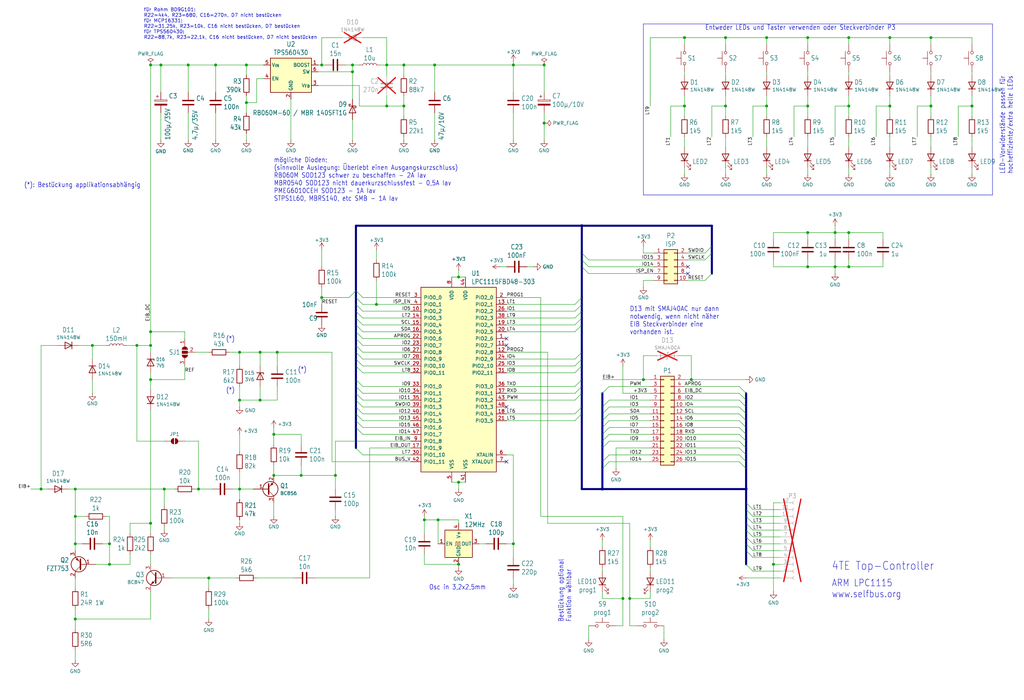
<source format=kicad_sch>
(kicad_sch (version 20231120) (generator "eeschema") (generator_version "8.0")
  (paper "User" 380 260)
  (junction (at 143.51 39.37))
  (junction (at 299.72 99.06))
  (junction (at 231.14 222.25))
  (junction (at 130.81 26.67))
  (junction (at 80.01 24.13))
  (junction (at 345.44 39.37))
  (junction (at 60.96 181.61))
  (junction (at 91.44 38.1))
  (junction (at 27.94 201.93))
  (junction (at 55.88 140.97))
  (junction (at 233.68 222.25))
  (junction (at 360.68 39.37))
  (junction (at 330.2 39.37))
  (junction (at 27.94 229.87))
  (junction (at 254 39.37))
  (junction (at 269.24 39.37))
  (junction (at 309.88 99.06))
  (junction (at 276.86 181.61))
  (junction (at 161.29 24.13))
  (junction (at 190.5 24.13))
  (junction (at 162.56 193.04))
  (junction (at 149.86 24.13))
  (junction (at 73.66 181.61))
  (junction (at 27.94 191.77))
  (junction (at 287.02 209.55))
  (junction (at 190.5 201.93))
  (junction (at 170.18 209.55))
  (junction (at 201.93 24.13))
  (junction (at 157.48 193.04))
  (junction (at 119.38 110.49))
  (junction (at 55.88 128.27))
  (junction (at 139.7 113.03))
  (junction (at 96.52 148.59))
  (junction (at 88.9 181.61))
  (junction (at 55.88 194.31))
  (junction (at 299.72 39.37))
  (junction (at 59.69 24.13))
  (junction (at 269.24 13.97))
  (junction (at 34.29 128.27))
  (junction (at 345.44 13.97))
  (junction (at 40.64 201.93))
  (junction (at 314.96 99.06))
  (junction (at 55.88 123.19))
  (junction (at 69.85 24.13))
  (junction (at 88.9 148.59))
  (junction (at 96.52 130.81))
  (junction (at 101.6 176.53))
  (junction (at 55.88 24.13))
  (junction (at 284.48 13.97))
  (junction (at 170.18 179.07))
  (junction (at 284.48 39.37))
  (junction (at 309.88 86.36))
  (junction (at 299.72 13.97))
  (junction (at 77.47 214.63))
  (junction (at 314.96 13.97))
  (junction (at 330.2 13.97))
  (junction (at 101.6 161.29))
  (junction (at 88.9 130.81))
  (junction (at 124.46 176.53))
  (junction (at 254 13.97))
  (junction (at 91.44 24.13))
  (junction (at 201.93 45.72))
  (junction (at 27.94 181.61))
  (junction (at 299.72 86.36))
  (junction (at 314.96 39.37))
  (junction (at 15.24 181.61))
  (junction (at 143.51 24.13))
  (junction (at 102.87 130.81))
  (junction (at 149.86 39.37))
  (junction (at 223.52 181.61))
  (junction (at 40.64 209.55))
  (junction (at 130.81 24.13))
  (junction (at 111.76 176.53))
  (junction (at 256.54 140.97))
  (junction (at 314.96 86.36))
  (junction (at 215.9 83.82))
  (junction (at 238.76 140.97))
  (junction (at 50.8 128.27))
  (junction (at 170.18 102.87))
  (junction (at 119.38 24.13))
  (no_connect (at 187.96 171.45))
  (no_connect (at 255.27 101.6))
  (no_connect (at 255.27 99.06))
  (no_connect (at 187.96 125.73))
  (no_connect (at 187.96 128.27))
  (no_connect (at 187.96 151.13))
  (bus_entry (at 213.36 146.05) (size 2.54 -2.54))
  (bus_entry (at 274.32 148.59) (size 2.54 2.54))
  (bus_entry (at 274.32 161.29) (size 2.54 2.54))
  (bus_entry (at 226.06 158.75) (size -2.54 2.54))
  (bus_entry (at 274.32 168.91) (size 2.54 2.54))
  (bus_entry (at 279.4 212.09) (size -2.54 -2.54))
  (bus_entry (at 134.62 125.73) (size -2.54 -2.54))
  (bus_entry (at 134.62 151.13) (size -2.54 -2.54))
  (bus_entry (at 213.36 135.89) (size 2.54 -2.54))
  (bus_entry (at 134.62 148.59) (size -2.54 -2.54))
  (bus_entry (at 226.06 168.91) (size -2.54 2.54))
  (bus_entry (at 134.62 123.19) (size -2.54 -2.54))
  (bus_entry (at 213.36 148.59) (size 2.54 -2.54))
  (bus_entry (at 134.62 146.05) (size -2.54 -2.54))
  (bus_entry (at 129.54 110.49) (size 2.54 -2.54))
  (bus_entry (at 134.62 120.65) (size -2.54 -2.54))
  (bus_entry (at 279.4 199.39) (size -2.54 -2.54))
  (bus_entry (at 218.44 96.52) (size -2.54 -2.54))
  (bus_entry (at 226.06 148.59) (size -2.54 2.54))
  (bus_entry (at 274.32 156.21) (size 2.54 2.54))
  (bus_entry (at 213.36 138.43) (size 2.54 -2.54))
  (bus_entry (at 134.62 133.35) (size -2.54 -2.54))
  (bus_entry (at 226.06 143.51) (size -2.54 2.54))
  (bus_entry (at 279.4 191.77) (size -2.54 -2.54))
  (bus_entry (at 213.36 115.57) (size 2.54 -2.54))
  (bus_entry (at 226.06 161.29) (size -2.54 2.54))
  (bus_entry (at 274.32 153.67) (size 2.54 2.54))
  (bus_entry (at 226.06 153.67) (size -2.54 2.54))
  (bus_entry (at 274.32 171.45) (size 2.54 2.54))
  (bus_entry (at 218.44 99.06) (size -2.54 -2.54))
  (bus_entry (at 213.36 113.03) (size 2.54 -2.54))
  (bus_entry (at 134.62 115.57) (size -2.54 -2.54))
  (bus_entry (at 274.32 146.05) (size 2.54 2.54))
  (bus_entry (at 279.4 204.47) (size -2.54 -2.54))
  (bus_entry (at 274.32 163.83) (size 2.54 2.54))
  (bus_entry (at 226.06 151.13) (size -2.54 2.54))
  (bus_entry (at 226.06 156.21) (size -2.54 2.54))
  (bus_entry (at 279.4 207.01) (size -2.54 -2.54))
  (bus_entry (at 213.36 123.19) (size 2.54 -2.54))
  (bus_entry (at 226.06 163.83) (size -2.54 2.54))
  (bus_entry (at 274.32 158.75) (size 2.54 2.54))
  (bus_entry (at 134.62 168.91) (size -2.54 -2.54))
  (bus_entry (at 279.4 196.85) (size -2.54 -2.54))
  (bus_entry (at 134.62 143.51) (size -2.54 -2.54))
  (bus_entry (at 134.62 153.67) (size -2.54 -2.54))
  (bus_entry (at 134.62 118.11) (size -2.54 -2.54))
  (bus_entry (at 279.4 189.23) (size -2.54 -2.54))
  (bus_entry (at 274.32 166.37) (size 2.54 2.54))
  (bus_entry (at 213.36 143.51) (size 2.54 -2.54))
  (bus_entry (at 134.62 156.21) (size -2.54 -2.54))
  (bus_entry (at 213.36 118.11) (size 2.54 -2.54))
  (bus_entry (at 274.32 151.13) (size 2.54 2.54))
  (bus_entry (at 213.36 133.35) (size 2.54 -2.54))
  (bus_entry (at 274.32 143.51) (size 2.54 2.54))
  (bus_entry (at 279.4 201.93) (size -2.54 -2.54))
  (bus_entry (at 218.44 101.6) (size -2.54 -2.54))
  (bus_entry (at 213.36 120.65) (size 2.54 -2.54))
  (bus_entry (at 134.62 110.49) (size -2.54 -2.54))
  (bus_entry (at 134.62 135.89) (size -2.54 -2.54))
  (bus_entry (at 134.62 138.43) (size -2.54 -2.54))
  (bus_entry (at 261.62 96.52) (size 2.54 -2.54))
  (bus_entry (at 134.62 130.81) (size -2.54 -2.54))
  (bus_entry (at 213.36 153.67) (size 2.54 -2.54))
  (bus_entry (at 134.62 161.29) (size -2.54 -2.54))
  (bus_entry (at 226.06 171.45) (size -2.54 2.54))
  (bus_entry (at 134.62 128.27) (size -2.54 -2.54))
  (bus_entry (at 261.62 93.98) (size 2.54 -2.54))
  (bus_entry (at 279.4 194.31) (size -2.54 -2.54))
  (bus_entry (at 213.36 156.21) (size 2.54 -2.54))
  (bus_entry (at 134.62 113.03) (size -2.54 -2.54))
  (bus_entry (at 261.62 104.14) (size 2.54 -2.54))
  (bus_entry (at 134.62 158.75) (size -2.54 -2.54))
  (wire (pts (xy 287.02 99.06) (xy 299.72 99.06)))
  (wire (pts (xy 55.88 24.13) (xy 59.69 24.13)) (stroke (width 0.1524)))
  (wire (pts (xy 309.88 39.37) (xy 314.96 39.37)) (stroke (width 0.1524)))
  (wire (pts (xy 134.62 168.91) (xy 152.4 168.91)) (stroke (width 0.1524)))
  (bus (pts (xy 132.08 128.27) (xy 132.08 130.81)) (stroke (width 0.762)))
  (bus (pts (xy 132.08 158.75) (xy 132.08 166.37)) (stroke (width 0.762)))
  (wire (pts (xy 238.76 140.97) (xy 241.3 140.97)) (stroke (width 0.1524)))
  (wire (pts (xy 134.62 158.75) (xy 152.4 158.75)) (stroke (width 0.1524)))
  (wire (pts (xy 241.3 222.25) (xy 233.68 222.25)) (stroke (width 0.1524)))
  (wire (pts (xy 50.8 163.83) (xy 60.96 163.83)))
  (bus (pts (xy 132.08 135.89) (xy 132.08 140.97)) (stroke (width 0.762)))
  (wire (pts (xy 340.36 39.37) (xy 345.44 39.37)) (stroke (width 0.1524)))
  (wire (pts (xy 223.52 140.97) (xy 238.76 140.97)) (stroke (width 0.1524)))
  (bus (pts (xy 264.16 91.44) (xy 264.16 93.98)) (stroke (width 0.762)))
  (wire (pts (xy 88.9 184.15) (xy 88.9 185.42)))
  (wire (pts (xy 254 168.91) (xy 274.32 168.91)) (stroke (width 0.1524)))
  (wire (pts (xy 284.48 39.37) (xy 284.48 43.18)) (stroke (width 0.1524)))
  (wire (pts (xy 218.44 232.41) (xy 218.44 237.49)) (stroke (width 0.1524)))
  (wire (pts (xy 254 156.21) (xy 274.32 156.21)) (stroke (width 0.1524)))
  (wire (pts (xy 213.36 120.65) (xy 187.96 120.65)) (stroke (width 0.1524)))
  (wire (pts (xy 255.27 104.14) (xy 261.62 104.14)) (stroke (width 0.1524)))
  (wire (pts (xy 78.74 181.61) (xy 73.66 181.61)) (stroke (width 0.1524)))
  (wire (pts (xy 133.35 31.75) (xy 118.11 31.75)) (stroke (width 0.1524)))
  (wire (pts (xy 254 64.77) (xy 254 62.23)) (stroke (width 0.1524)))
  (wire (pts (xy 241.3 219.71) (xy 241.3 222.25)) (stroke (width 0.1524)))
  (wire (pts (xy 134.62 138.43) (xy 152.4 138.43)) (stroke (width 0.1524)))
  (wire (pts (xy 139.7 104.14) (xy 139.7 113.03)) (stroke (width 0.1524)))
  (wire (pts (xy 287.02 96.52) (xy 287.02 99.06)))
  (wire (pts (xy 27.94 226.06) (xy 27.94 229.87)) (stroke (width 0.1524)))
  (wire (pts (xy 140.97 24.13) (xy 143.51 24.13)) (stroke (width 0.1524)))
  (wire (pts (xy 27.94 181.61) (xy 60.96 181.61)) (stroke (width 0.1524)))
  (wire (pts (xy 190.5 22.86) (xy 190.5 24.13)) (stroke (width 0.1524)))
  (wire (pts (xy 314.96 50.8) (xy 314.96 52.07)))
  (bus (pts (xy 276.86 163.83) (xy 276.86 161.29)) (stroke (width 0.762)))
  (bus (pts (xy 223.52 153.67) (xy 223.52 151.13)) (stroke (width 0.762)))
  (wire (pts (xy 314.96 41.91) (xy 314.96 39.37)) (stroke (width 0.1524)))
  (wire (pts (xy 27.94 233.68) (xy 27.94 232.41)))
  (wire (pts (xy 223.52 210.82) (xy 223.52 212.09)))
  (bus (pts (xy 215.9 181.61) (xy 223.52 181.61)) (stroke (width 0.762)))
  (wire (pts (xy 129.54 110.49) (xy 119.38 110.49)) (stroke (width 0.1524)))
  (wire (pts (xy 314.96 27.94) (xy 314.96 26.67)) (stroke (width 0.1524)))
  (wire (pts (xy 226.06 161.29) (xy 241.3 161.29)) (stroke (width 0.1524)))
  (wire (pts (xy 241.3 210.82) (xy 241.3 212.09)))
  (wire (pts (xy 134.62 125.73) (xy 152.4 125.73)) (stroke (width 0.1524)))
  (bus (pts (xy 132.08 125.73) (xy 132.08 128.27)) (stroke (width 0.762)))
  (wire (pts (xy 88.9 151.13) (xy 88.9 148.59)) (stroke (width 0.1524)))
  (wire (pts (xy 170.18 193.04) (xy 162.56 193.04)))
  (wire (pts (xy 279.4 204.47) (xy 289.56 204.47)) (stroke (width 0.1524)))
  (wire (pts (xy 345.44 50.8) (xy 345.44 52.07)))
  (bus (pts (xy 223.52 171.45) (xy 223.52 166.37)) (stroke (width 0.762)))
  (wire (pts (xy 134.62 161.29) (xy 152.4 161.29)) (stroke (width 0.1524)))
  (wire (pts (xy 170.18 179.07) (xy 172.72 179.07)))
  (wire (pts (xy 119.38 24.13) (xy 120.65 24.13)))
  (wire (pts (xy 124.46 176.53) (xy 124.46 163.83)) (stroke (width 0.1524)))
  (polyline (pts (xy 368.3 72.39) (xy 238.76 72.39)) (stroke (width 0.1524) (type solid)))
  (wire (pts (xy 59.69 41.91) (xy 59.69 52.07)) (stroke (width 0.1524)))
  (wire (pts (xy 314.96 13.97) (xy 330.2 13.97)) (stroke (width 0.1524)))
  (bus (pts (xy 223.52 173.99) (xy 223.52 171.45)) (stroke (width 0.762)))
  (wire (pts (xy 299.72 16.51) (xy 299.72 13.97)) (stroke (width 0.1524)))
  (wire (pts (xy 226.06 143.51) (xy 241.3 143.51)) (stroke (width 0.1524)))
  (wire (pts (xy 228.6 166.37) (xy 228.6 173.99)) (stroke (width 0.1524)))
  (wire (pts (xy 254 143.51) (xy 274.32 143.51)) (stroke (width 0.1524)))
  (wire (pts (xy 91.44 38.1) (xy 91.44 41.91)))
  (wire (pts (xy 226.06 153.67) (xy 241.3 153.67)) (stroke (width 0.1524)))
  (wire (pts (xy 203.2 194.31) (xy 233.68 194.31)) (stroke (width 0.1524)))
  (wire (pts (xy 119.38 106.68) (xy 119.38 110.49)) (stroke (width 0.1524)))
  (wire (pts (xy 213.36 146.05) (xy 187.96 146.05)) (stroke (width 0.1524)))
  (wire (pts (xy 152.4 110.49) (xy 134.62 110.49)) (stroke (width 0.1524)))
  (wire (pts (xy 213.36 123.19) (xy 187.96 123.19)) (stroke (width 0.1524)))
  (bus (pts (xy 215.9 118.11) (xy 215.9 115.57)) (stroke (width 0.762)))
  (wire (pts (xy 345.44 64.77) (xy 345.44 62.23)) (stroke (width 0.1524)))
  (wire (pts (xy 241.3 13.97) (xy 241.3 39.37)) (stroke (width 0.1524)))
  (wire (pts (xy 72.39 130.81) (xy 77.47 130.81)) (stroke (width 0.1524)))
  (wire (pts (xy 327.66 99.06) (xy 327.66 96.52)) (stroke (width 0.1524)))
  (wire (pts (xy 314.96 99.06) (xy 314.96 96.52)) (stroke (width 0.1524)))
  (wire (pts (xy 213.36 133.35) (xy 187.96 133.35)) (stroke (width 0.1524)))
  (wire (pts (xy 55.88 140.97) (xy 55.88 144.78)) (stroke (width 0.1524)))
  (bus (pts (xy 276.86 189.23) (xy 276.86 191.77)) (stroke (width 0.762)))
  (wire (pts (xy 314.96 64.77) (xy 314.96 62.23)) (stroke (width 0.1524)))
  (wire (pts (xy 238.76 140.97) (xy 238.76 132.08)) (stroke (width 0.1524)))
  (wire (pts (xy 96.52 130.81) (xy 96.52 135.89)) (stroke (width 0.1524)))
  (wire (pts (xy 233.68 232.41) (xy 236.22 232.41)) (stroke (width 0.1524)))
  (bus (pts (xy 132.08 118.11) (xy 132.08 120.65)) (stroke (width 0.762)))
  (wire (pts (xy 345.44 41.91) (xy 345.44 43.18)))
  (wire (pts (xy 246.38 234.95) (xy 246.38 237.49)) (stroke (width 0.1524)))
  (wire (pts (xy 152.4 118.11) (xy 134.62 118.11)) (stroke (width 0.1524)))
  (wire (pts (xy 123.19 130.81) (xy 123.19 171.45)) (stroke (width 0.1524)))
  (wire (pts (xy 77.47 214.63) (xy 77.47 218.44)))
  (wire (pts (xy 287.02 209.55) (xy 287.02 186.69)) (stroke (width 0.1524)))
  (wire (pts (xy 27.94 201.93) (xy 27.94 191.77)) (stroke (width 0.1524)))
  (bus (pts (xy 215.9 146.05) (xy 215.9 143.51)) (stroke (width 0.762)))
  (wire (pts (xy 68.58 123.19) (xy 55.88 123.19)) (stroke (width 0.1524)))
  (bus (pts (xy 215.9 181.61) (xy 215.9 153.67)) (stroke (width 0.762)))
  (wire (pts (xy 203.2 130.81) (xy 187.96 130.81)) (stroke (width 0.1524)))
  (wire (pts (xy 284.48 13.97) (xy 299.72 13.97)) (stroke (width 0.1524)))
  (wire (pts (xy 360.68 64.77) (xy 360.68 62.23)) (stroke (width 0.1524)))
  (wire (pts (xy 200.66 110.49) (xy 187.96 110.49)) (stroke (width 0.1524)))
  (wire (pts (xy 96.52 130.81) (xy 88.9 130.81)) (stroke (width 0.1524)))
  (wire (pts (xy 143.51 35.56) (xy 143.51 39.37)) (stroke (width 0.1524)))
  (wire (pts (xy 162.56 193.04) (xy 157.48 193.04)))
  (wire (pts (xy 130.81 24.13) (xy 133.35 24.13)))
  (wire (pts (xy 27.94 229.87) (xy 27.94 232.41)) (stroke (width 0.1524)))
  (wire (pts (xy 124.46 191.77) (xy 124.46 189.23)) (stroke (width 0.1524)))
  (wire (pts (xy 254 151.13) (xy 274.32 151.13)) (stroke (width 0.1524)))
  (wire (pts (xy 279.4 207.01) (xy 289.56 207.01)) (stroke (width 0.1524)))
  (bus (pts (xy 215.9 135.89) (xy 215.9 133.35)) (stroke (width 0.762)))
  (wire (pts (xy 345.44 41.91) (xy 345.44 39.37)) (stroke (width 0.1524)))
  (wire (pts (xy 254 39.37) (xy 254 35.56)) (stroke (width 0.1524)))
  (wire (pts (xy 40.64 209.55) (xy 48.26 209.55)) (stroke (width 0.1524)))
  (bus (pts (xy 215.9 151.13) (xy 215.9 146.05)) (stroke (width 0.762)))
  (bus (pts (xy 215.9 115.57) (xy 215.9 113.03)) (stroke (width 0.762)))
  (wire (pts (xy 134.62 130.81) (xy 152.4 130.81)) (stroke (width 0.1524)))
  (wire (pts (xy 248.92 39.37) (xy 254 39.37)) (stroke (width 0.1524)))
  (wire (pts (xy 69.85 34.29) (xy 69.85 24.13)) (stroke (width 0.1524)))
  (wire (pts (xy 30.48 191.77) (xy 27.94 191.77)) (stroke (width 0.1524)))
  (bus (pts (xy 215.9 140.97) (xy 215.9 135.89)) (stroke (width 0.762)))
  (wire (pts (xy 226.06 148.59) (xy 241.3 148.59)) (stroke (width 0.1524)))
  (wire (pts (xy 299.72 13.97) (xy 314.96 13.97)) (stroke (width 0.1524)))
  (wire (pts (xy 88.9 166.37) (xy 88.9 167.64)))
  (wire (pts (xy 170.18 209.55) (xy 157.48 209.55)))
  (wire (pts (xy 231.14 232.41) (xy 231.14 222.25)) (stroke (width 0.1524)))
  (wire (pts (xy 213.36 138.43) (xy 187.96 138.43)) (stroke (width 0.1524)))
  (wire (pts (xy 172.72 102.87) (xy 170.18 102.87)))
  (wire (pts (xy 330.2 39.37) (xy 330.2 35.56)) (stroke (width 0.1524)))
  (wire (pts (xy 254 52.07) (xy 254 54.61)) (stroke (width 0.1524)))
  (wire (pts (xy 299.72 27.94) (xy 299.72 26.67)) (stroke (width 0.1524)))
  (wire (pts (xy 149.86 50.8) (xy 149.86 52.07)))
  (wire (pts (xy 330.2 27.94) (xy 330.2 26.67)) (stroke (width 0.1524)))
  (wire (pts (xy 251.46 132.08) (xy 256.54 132.08)) (stroke (width 0.1524)))
  (wire (pts (xy 69.85 41.91) (xy 69.85 52.07)) (stroke (width 0.1524)))
  (wire (pts (xy 213.36 115.57) (xy 187.96 115.57)) (stroke (width 0.1524)))
  (wire (pts (xy 269.24 39.37) (xy 269.24 35.56)) (stroke (width 0.1524)))
  (wire (pts (xy 59.69 24.13) (xy 69.85 24.13)) (stroke (width 0.1524)))
  (wire (pts (xy 130.81 26.67) (xy 130.81 24.13)) (stroke (width 0.1524)))
  (wire (pts (xy 55.88 194.31) (xy 48.26 194.31)) (stroke (width 0.1524)))
  (wire (pts (xy 314.96 86.36) (xy 327.66 86.36)) (stroke (width 0.1524)))
  (wire (pts (xy 161.29 52.07) (xy 161.29 41.91)) (stroke (width 0.1524)))
  (wire (pts (xy 345.44 27.94) (xy 345.44 26.67)) (stroke (width 0.1524)))
  (wire (pts (xy 299.72 99.06) (xy 299.72 96.52)) (stroke (width 0.1524)))
  (wire (pts (xy 55.88 229.87) (xy 27.94 229.87)) (stroke (width 0.1524)))
  (wire (pts (xy 73.66 181.61) (xy 73.66 163.83)) (stroke (width 0.1524)))
  (wire (pts (xy 39.37 191.77) (xy 40.64 191.77)))
  (wire (pts (xy 269.24 16.51) (xy 269.24 13.97)) (stroke (width 0.1524)))
  (wire (pts (xy 118.11 26.67) (xy 130.81 26.67)))
  (wire (pts (xy 134.62 146.05) (xy 152.4 146.05)) (stroke (width 0.1524)))
  (wire (pts (xy 88.9 143.51) (xy 88.9 148.59)) (stroke (width 0.1524)))
  (wire (pts (xy 119.38 13.97) (xy 127 13.97)))
  (bus (pts (xy 276.86 204.47) (xy 276.86 209.55)) (stroke (width 0.762)))
  (wire (pts (xy 25.4 181.61) (xy 27.94 181.61)) (stroke (width 0.1524)))
  (wire (pts (xy 226.06 156.21) (xy 241.3 156.21)) (stroke (width 0.1524)))
  (wire (pts (xy 201.93 24.13) (xy 201.93 34.29)) (stroke (width 0.1524)))
  (wire (pts (xy 137.16 214.63) (xy 116.84 214.63)) (stroke (width 0.1524)))
  (wire (pts (xy 128.27 24.13) (xy 130.81 24.13)))
  (bus (pts (xy 223.52 158.75) (xy 223.52 156.21)) (stroke (width 0.762)))
  (wire (pts (xy 287.02 86.36) (xy 299.72 86.36)))
  (wire (pts (xy 93.98 181.61) (xy 88.9 181.61)) (stroke (width 0.1524)))
  (wire (pts (xy 201.93 24.13) (xy 190.5 24.13)) (stroke (width 0.1524)))
  (wire (pts (xy 133.35 31.75) (xy 133.35 39.37)) (stroke (width 0.1524)))
  (wire (pts (xy 88.9 166.37) (xy 88.9 161.29)) (stroke (width 0.1524)))
  (wire (pts (xy 27.94 241.3) (xy 27.94 242.57)))
  (wire (pts (xy 223.52 219.71) (xy 223.52 222.25)) (stroke (width 0.1524)))
  (wire (pts (xy 60.96 181.61) (xy 60.96 187.96)) (stroke (width 0.1524)))
  (bus (pts (xy 215.9 99.06) (xy 215.9 110.49)) (stroke (width 0.762)))
  (wire (pts (xy 330.2 41.91) (xy 330.2 43.18)))
  (bus (pts (xy 132.08 113.03) (xy 132.08 115.57)) (stroke (width 0.762)))
  (bus (pts (xy 132.08 133.35) (xy 132.08 135.89)) (stroke (width 0.762)))
  (wire (pts (xy 55.88 130.81) (xy 55.88 128.27)) (stroke (width 0.1524)))
  (wire (pts (xy 111.76 176.53) (xy 101.6 176.53)) (stroke (width 0.1524)))
  (bus (pts (xy 276.86 181.61) (xy 276.86 186.69)) (stroke (width 0.762)))
  (wire (pts (xy 91.44 24.13) (xy 91.44 27.94)))
  (wire (pts (xy 55.88 152.4) (xy 55.88 194.31)) (stroke (width 0.1524)))
  (wire (pts (xy 161.29 34.29) (xy 161.29 24.13)) (stroke (width 0.1524)))
  (bus (pts (xy 132.08 83.82) (xy 215.9 83.82)) (stroke (width 0.762)))
  (wire (pts (xy 254 153.67) (xy 274.32 153.67)) (stroke (width 0.1524)))
  (wire (pts (xy 314.96 41.91) (xy 314.96 43.18)))
  (wire (pts (xy 254 161.29) (xy 274.32 161.29)) (stroke (width 0.1524)))
  (bus (pts (xy 223.52 151.13) (xy 223.52 146.05)) (stroke (width 0.762)))
  (wire (pts (xy 264.16 39.37) (xy 264.16 50.8)) (stroke (width 0.1524)))
  (wire (pts (xy 190.5 41.91) (xy 190.5 52.07)) (stroke (width 0.1524)))
  (wire (pts (xy 101.6 191.77) (xy 101.6 186.69)) (stroke (width 0.1524)))
  (wire (pts (xy 231.14 222.25) (xy 231.14 191.77)) (stroke (width 0.1524)))
  (wire (pts (xy 360.68 27.94) (xy 360.68 26.67)) (stroke (width 0.1524)))
  (wire (pts (xy 101.6 161.29) (xy 101.6 158.75)) (stroke (width 0.1524)))
  (wire (pts (xy 130.81 44.45) (xy 130.81 52.07)) (stroke (width 0.1524)))
  (wire (pts (xy 190.5 214.63) (xy 190.5 217.17)) (stroke (width 0.1524)))
  (wire (pts (xy 88.9 175.26) (xy 88.9 181.61)) (stroke (width 0.1524)))
  (wire (pts (xy 27.94 191.77) (xy 27.94 181.61)) (stroke (width 0.1524)))
  (wire (pts (xy 95.25 29.21) (xy 95.25 38.1)))
  (wire (pts (xy 309.88 101.6) (xy 309.88 99.06)) (stroke (width 0.1524)))
  (wire (pts (xy 279.4 196.85) (xy 289.56 196.85)) (stroke (width 0.1524)))
  (wire (pts (xy 111.76 172.72) (xy 111.76 176.53)) (stroke (width 0.1524)))
  (bus (pts (xy 215.9 96.52) (xy 215.9 93.98)) (stroke (width 0.762)))
  (wire (pts (xy 284.48 26.67) (xy 284.48 27.94)))
  (bus (pts (xy 215.9 83.82) (xy 215.9 93.98)) (stroke (width 0.762)))
  (wire (pts (xy 119.38 92.71) (xy 119.38 99.06)) (stroke (width 0.1524)))
  (wire (pts (xy 102.87 130.81) (xy 123.19 130.81)) (stroke (width 0.1524)))
  (wire (pts (xy 287.02 209.55) (xy 287.02 219.71)) (stroke (width 0.1524)))
  (wire (pts (xy 34.29 146.05) (xy 34.29 140.97)) (stroke (width 0.1524)))
  (wire (pts (xy 287.02 186.69) (xy 289.56 186.69)) (stroke (width 0.1524)))
  (wire (pts (xy 124.46 163.83) (xy 152.4 163.83)) (stroke (width 0.1524)))
  (wire (pts (xy 223.52 222.25) (xy 231.14 222.25)) (stroke (width 0.1524)))
  (polyline (pts (xy 368.3 8.89) (xy 368.3 72.39)) (stroke (width 0.1524) (type solid)))
  (wire (pts (xy 134.62 151.13) (xy 152.4 151.13)) (stroke (width 0.1524)))
  (wire (pts (xy 279.4 39.37) (xy 284.48 39.37)) (stroke (width 0.1524)))
  (wire (pts (xy 345.44 13.97) (xy 360.68 13.97)) (stroke (width 0.1524)))
  (wire (pts (xy 255.27 93.98) (xy 261.62 93.98)) (stroke (width 0.1524)))
  (bus (pts (xy 223.52 156.21) (xy 223.52 153.67)) (stroke (width 0.762)))
  (bus (pts (xy 215.9 130.81) (xy 215.9 120.65)) (stroke (width 0.762)))
  (wire (pts (xy 213.36 118.11) (xy 187.96 118.11)) (stroke (width 0.1524)))
  (wire (pts (xy 294.64 39.37) (xy 294.64 50.8)) (stroke (width 0.1524)))
  (wire (pts (xy 80.01 41.91) (xy 80.01 52.07)) (stroke (width 0.1524)))
  (wire (pts (xy 314.96 99.06) (xy 327.66 99.06)) (stroke (width 0.1524)))
  (bus (pts (xy 132.08 123.19) (xy 132.08 125.73)) (stroke (width 0.762)))
  (wire (pts (xy 180.34 201.93) (xy 177.8 201.93)) (stroke (width 0.1524)))
  (wire (pts (xy 170.18 179.07) (xy 170.18 181.61)))
  (bus (pts (xy 276.86 199.39) (xy 276.86 201.93)) (stroke (width 0.762)))
  (wire (pts (xy 96.52 148.59) (xy 88.9 148.59)) (stroke (width 0.1524)))
  (wire (pts (xy 279.4 201.93) (xy 289.56 201.93)) (stroke (width 0.1524)))
  (wire (pts (xy 314.96 16.51) (xy 314.96 13.97)) (stroke (width 0.1524)))
  (wire (pts (xy 48.26 205.74) (xy 48.26 209.55)) (stroke (width 0.1524)))
  (wire (pts (xy 279.4 191.77) (xy 289.56 191.77)) (stroke (width 0.1524)))
  (wire (pts (xy 134.62 153.67) (xy 152.4 153.67)) (stroke (width 0.1524)))
  (wire (pts (xy 102.87 148.59) (xy 102.87 143.51)) (stroke (width 0.1524)))
  (wire (pts (xy 55.88 138.43) (xy 55.88 140.97)) (stroke (width 0.1524)))
  (wire (pts (xy 118.11 24.13) (xy 119.38 24.13)))
  (wire (pts (xy 248.92 39.37) (xy 248.92 50.8)) (stroke (width 0.1524)))
  (wire (pts (xy 68.58 140.97) (xy 55.88 140.97)) (stroke (width 0.1524)))
  (wire (pts (xy 254 163.83) (xy 274.32 163.83)) (stroke (width 0.1524)))
  (wire (pts (xy 254 13.97) (xy 269.24 13.97)) (stroke (width 0.1524)))
  (wire (pts (xy 80.01 24.13) (xy 91.44 24.13)) (stroke (width 0.1524)))
  (wire (pts (xy 111.76 165.1) (xy 111.76 161.29)) (stroke (width 0.1524)))
  (wire (pts (xy 279.4 194.31) (xy 289.56 194.31)) (stroke (width 0.1524)))
  (bus (pts (xy 132.08 140.97) (xy 132.08 143.51)) (stroke (width 0.762)))
  (wire (pts (xy 256.54 140.97) (xy 254 140.97)) (stroke (width 0.1524)))
  (wire (pts (xy 213.36 156.21) (xy 187.96 156.21)) (stroke (width 0.1524)))
  (bus (pts (xy 132.08 143.51) (xy 132.08 146.05)) (stroke (width 0.762)))
  (bus (pts (xy 215.9 143.51) (xy 215.9 140.97)) (stroke (width 0.762)))
  (wire (pts (xy 238.76 91.44) (xy 238.76 93.98)) (stroke (width 0.1524)))
  (wire (pts (xy 167.64 102.87) (xy 170.18 102.87)))
  (wire (pts (xy 101.6 161.29) (xy 101.6 165.1)) (stroke (width 0.1524)))
  (wire (pts (xy 299.72 39.37) (xy 299.72 35.56)) (stroke (width 0.1524)))
  (wire (pts (xy 360.68 39.37) (xy 360.68 35.56)) (stroke (width 0.1524)))
  (wire (pts (xy 15.24 181.61) (xy 15.24 128.27)) (stroke (width 0.1524)))
  (bus (pts (xy 276.86 151.13) (xy 276.86 148.59)) (stroke (width 0.762)))
  (wire (pts (xy 187.96 201.93) (xy 190.5 201.93)) (stroke (width 0.1524)))
  (wire (pts (xy 170.18 210.82) (xy 170.18 209.55)))
  (wire (pts (xy 289.56 212.09) (xy 279.4 212.09)) (stroke (width 0.1524)))
  (wire (pts (xy 269.24 27.94) (xy 269.24 26.67)) (stroke (width 0.1524)))
  (wire (pts (xy 309.88 88.9) (xy 309.88 86.36)) (stroke (width 0.1524)))
  (wire (pts (xy 233.68 222.25) (xy 233.68 232.41)) (stroke (width 0.1524)))
  (wire (pts (xy 88.9 193.04) (xy 88.9 194.31)))
  (wire (pts (xy 299.72 41.91) (xy 299.72 43.18)))
  (wire (pts (xy 309.88 86.36) (xy 314.96 86.36)) (stroke (width 0.1524)))
  (wire (pts (xy 190.5 34.29) (xy 190.5 24.13)) (stroke (width 0.1524)))
  (bus (pts (xy 215.9 153.67) (xy 215.9 151.13)) (stroke (width 0.762)))
  (wire (pts (xy 167.64 179.07) (xy 170.18 179.07)))
  (wire (pts (xy 190.5 201.93) (xy 190.5 207.01)) (stroke (width 0.1524)))
  (wire (pts (xy 218.44 99.06) (xy 242.57 99.06)) (stroke (width 0.1524)))
  (wire (pts (xy 256.54 132.08) (xy 256.54 140.97)) (stroke (width 0.1524)))
  (wire (pts (xy 40.64 191.77) (xy 40.64 201.93)) (stroke (width 0.1524)))
  (bus (pts (xy 276.86 196.85) (xy 276.86 199.39)) (stroke (width 0.762)))
  (wire (pts (xy 96.52 130.81) (xy 102.87 130.81)) (stroke (width 0.1524)))
  (wire (pts (xy 299.72 39.37) (xy 299.72 41.91)) (stroke (width 0.1524)))
  (wire (pts (xy 69.85 24.13) (xy 80.01 24.13)) (stroke (width 0.1524)))
  (wire (pts (xy 157.48 205.74) (xy 157.48 209.55)) (stroke (width 0.1524)))
  (wire (pts (xy 238.76 104.14) (xy 242.57 104.14)) (stroke (width 0.1524)))
  (wire (pts (xy 63.5 214.63) (xy 77.47 214.63)) (stroke (width 0.1524)))
  (wire (pts (xy 200.66 191.77) (xy 200.66 110.49)) (stroke (width 0.1524)))
  (wire (pts (xy 284.48 50.8) (xy 284.48 54.61)) (stroke (width 0.1524)))
  (wire (pts (xy 123.19 171.45) (xy 152.4 171.45)) (stroke (width 0.1524)))
  (bus (pts (xy 276.86 168.91) (xy 276.86 166.37)) (stroke (width 0.762)))
  (bus (pts (xy 132.08 107.95) (xy 132.08 110.49)) (stroke (width 0.762)))
  (wire (pts (xy 55.88 128.27) (xy 50.8 128.27)) (stroke (width 0.1524)))
  (wire (pts (xy 360.68 50.8) (xy 360.68 52.07)))
  (wire (pts (xy 360.68 41.91) (xy 360.68 39.37)) (stroke (width 0.1524)))
  (bus (pts (xy 132.08 146.05) (xy 132.08 148.59)) (stroke (width 0.762)))
  (bus (pts (xy 132.08 110.49) (xy 132.08 113.03)) (stroke (width 0.762)))
  (wire (pts (xy 269.24 13.97) (xy 284.48 13.97)) (stroke (width 0.1524)))
  (bus (pts (xy 132.08 151.13) (xy 132.08 153.67)) (stroke (width 0.762)))
  (wire (pts (xy 101.6 172.72) (xy 101.6 176.53)) (stroke (width 0.1524)))
  (wire (pts (xy 269.24 50.8) (xy 269.24 54.61)) (stroke (width 0.1524)))
  (wire (pts (xy 134.62 13.97) (xy 143.51 13.97)))
  (wire (pts (xy 95.25 38.1) (xy 91.44 38.1)))
  (wire (pts (xy 88.9 130.81) (xy 86.36 130.81)) (stroke (width 0.1524)))
  (wire (pts (xy 134.62 133.35) (xy 152.4 133.35)) (stroke (width 0.1524)))
  (wire (pts (xy 134.62 123.19) (xy 152.4 123.19)) (stroke (width 0.1524)))
  (wire (pts (xy 170.18 102.87) (xy 170.18 100.33)))
  (bus (pts (xy 276.86 194.31) (xy 276.86 196.85)) (stroke (width 0.762)))
  (wire (pts (xy 233.68 194.31) (xy 233.68 222.25)) (stroke (width 0.1524)))
  (wire (pts (xy 187.96 168.91) (xy 190.5 168.91)))
  (wire (pts (xy 149.86 35.56) (xy 149.86 39.37)) (stroke (width 0.1524)))
  (bus (pts (xy 276.86 148.59) (xy 276.86 146.05)) (stroke (width 0.762)))
  (wire (pts (xy 218.44 96.52) (xy 242.57 96.52)) (stroke (width 0.1524)))
  (wire (pts (xy 40.64 201.93) (xy 40.64 209.55)) (stroke (width 0.1524)))
  (wire (pts (xy 203.2 130.81) (xy 203.2 194.31)) (stroke (width 0.1524)))
  (wire (pts (xy 96.52 148.59) (xy 102.87 148.59)) (stroke (width 0.1524)))
  (wire (pts (xy 360.68 16.51) (xy 360.68 13.97)) (stroke (width 0.1524)))
  (bus (pts (xy 276.86 191.77) (xy 276.86 194.31)) (stroke (width 0.762)))
  (wire (pts (xy 11.43 181.61) (xy 15.24 181.61)) (stroke (width 0.1524)))
  (bus (pts (xy 132.08 153.67) (xy 132.08 156.21)) (stroke (width 0.762)))
  (wire (pts (xy 345.44 39.37) (xy 345.44 35.56)) (stroke (width 0.1524)))
  (wire (pts (xy 299.72 50.8) (xy 299.72 54.61)) (stroke (width 0.1524)))
  (wire (pts (xy 119.38 24.13) (xy 119.38 13.97)))
  (wire (pts (xy 187.96 113.03) (xy 213.36 113.03)) (stroke (width 0.1524)))
  (wire (pts (xy 27.94 204.47) (xy 27.94 201.93)) (stroke (width 0.1524)))
  (bus (pts (xy 215.9 133.35) (xy 215.9 130.81)) (stroke (width 0.762)))
  (wire (pts (xy 96.52 148.59) (xy 96.52 143.51)) (stroke (width 0.1524)))
  (wire (pts (xy 143.51 39.37) (xy 133.35 39.37)) (stroke (width 0.1524)))
  (wire (pts (xy 299.72 86.36) (xy 309.88 86.36)) (stroke (width 0.1524)))
  (wire (pts (xy 360.68 52.07) (xy 360.68 54.61)) (stroke (width 0.1524)))
  (bus (pts (xy 223.52 163.83) (xy 223.52 161.29)) (stroke (width 0.762)))
  (wire (pts (xy 134.62 148.59) (xy 152.4 148.59)) (stroke (width 0.1524)))
  (wire (pts (xy 77.47 214.63) (xy 87.63 214.63)) (stroke (width 0.1524)))
  (wire (pts (xy 80.01 24.13) (xy 80.01 34.29)) (stroke (width 0.1524)))
  (wire (pts (xy 254 146.05) (xy 274.32 146.05)) (stroke (width 0.1524)))
  (wire (pts (xy 284.48 35.56) (xy 284.48 39.37)))
  (wire (pts (xy 254 166.37) (xy 274.32 166.37)) (stroke (width 0.1524)))
  (wire (pts (xy 241.3 200.66) (xy 241.3 203.2)) (stroke (width 0.1524)))
  (wire (pts (xy 330.2 64.77) (xy 330.2 62.23)) (stroke (width 0.1524)))
  (wire (pts (xy 198.12 99.06) (xy 195.58 99.06)) (stroke (width 0.1524)))
  (bus (pts (xy 276.86 173.99) (xy 276.86 171.45)) (stroke (width 0.762)))
  (wire (pts (xy 309.88 39.37) (xy 309.88 50.8)) (stroke (width 0.1524)))
  (wire (pts (xy 201.93 45.72) (xy 201.93 52.07)) (stroke (width 0.1524)))
  (wire (pts (xy 309.88 99.06) (xy 314.96 99.06)) (stroke (width 0.1524)))
  (wire (pts (xy 223.52 200.66) (xy 223.52 203.2)) (stroke (width 0.1524)))
  (wire (pts (xy 162.56 193.04) (xy 162.56 201.93)))
  (wire (pts (xy 134.62 156.21) (xy 152.4 156.21)) (stroke (width 0.1524)))
  (wire (pts (xy 360.68 41.91) (xy 360.68 43.18)))
  (bus (pts (xy 276.86 171.45) (xy 276.86 168.91)) (stroke (width 0.762)))
  (wire (pts (xy 314.96 86.36) (xy 314.96 88.9)) (stroke (width 0.1524)))
  (wire (pts (xy 269.24 64.77) (xy 269.24 62.23)) (stroke (width 0.1524)))
  (wire (pts (xy 226.06 158.75) (xy 241.3 158.75)) (stroke (width 0.1524)))
  (wire (pts (xy 124.46 181.61) (xy 124.46 176.53)) (stroke (width 0.1524)))
  (bus (pts (xy 223.52 181.61) (xy 276.86 181.61)) (stroke (width 0.762)))
  (bus (pts (xy 276.86 166.37) (xy 276.86 163.83)) (stroke (width 0.762)))
  (wire (pts (xy 294.64 39.37) (xy 299.72 39.37)) (stroke (width 0.1524)))
  (bus (pts (xy 223.52 166.37) (xy 223.52 163.83)) (stroke (width 0.762)))
  (wire (pts (xy 34.29 128.27) (xy 39.37 128.27)) (stroke (width 0.1524)))
  (bus (pts (xy 215.9 113.03) (xy 215.9 110.49)) (stroke (width 0.762)))
  (wire (pts (xy 143.51 24.13) (xy 149.86 24.13)) (stroke (width 0.1524)))
  (wire (pts (xy 238.76 106.68) (xy 238.76 104.14)) (stroke (width 0.1524)))
  (bus (pts (xy 132.08 83.82) (xy 132.08 107.95)) (stroke (width 0.762)))
  (wire (pts (xy 91.44 49.53) (xy 91.44 52.07)))
  (wire (pts (xy 91.44 24.13) (xy 97.79 24.13)) (stroke (width 0.1524)))
  (wire (pts (xy 130.81 26.67) (xy 130.81 36.83)))
  (wire (pts (xy 254 16.51) (xy 254 13.97)) (stroke (width 0.1524)))
  (bus (pts (xy 264.16 93.98) (xy 264.16 101.6)) (stroke (width 0.762)))
  (wire (pts (xy 60.96 181.61) (xy 64.77 181.61)) (stroke (width 0.1524)))
  (wire (pts (xy 276.86 214.63) (xy 289.56 214.63)) (stroke (width 0.1524)))
  (wire (pts (xy 254 39.37) (xy 254 43.18)) (stroke (width 0.1524)))
  (wire (pts (xy 27.94 214.63) (xy 27.94 218.44)))
  (wire (pts (xy 213.36 153.67) (xy 187.96 153.67)) (stroke (width 0.1524)))
  (wire (pts (xy 314.96 39.37) (xy 314.96 35.56)) (stroke (width 0.1524)))
  (bus (pts (xy 276.86 158.75) (xy 276.86 156.21)) (stroke (width 0.762)))
  (wire (pts (xy 72.39 181.61) (xy 73.66 181.61)))
  (wire (pts (xy 137.16 214.63) (xy 137.16 166.37)) (stroke (width 0.1524)))
  (wire (pts (xy 254 158.75) (xy 274.32 158.75)) (stroke (width 0.1524)))
  (wire (pts (xy 309.88 99.06) (xy 309.88 96.52)) (stroke (width 0.1524)))
  (wire (pts (xy 231.14 146.05) (xy 241.3 146.05)) (stroke (width 0.1524)))
  (wire (pts (xy 287.02 88.9) (xy 287.02 86.36)))
  (wire (pts (xy 213.36 135.89) (xy 187.96 135.89)) (stroke (width 0.1524)))
  (wire (pts (xy 161.29 24.13) (xy 190.5 24.13)) (stroke (width 0.1524)))
  (wire (pts (xy 228.6 232.41) (xy 231.14 232.41)) (stroke (width 0.1524)))
  (wire (pts (xy 88.9 130.81) (xy 88.9 135.89)) (stroke (width 0.1524)))
  (wire (pts (xy 124.46 176.53) (xy 111.76 176.53)) (stroke (width 0.1524)))
  (wire (pts (xy 330.2 52.07) (xy 330.2 54.61)) (stroke (width 0.1524)))
  (wire (pts (xy 327.66 86.36) (xy 327.66 88.9)) (stroke (width 0.1524)))
  (polyline (pts (xy 238.76 8.89) (xy 368.3 8.89)) (stroke (width 0.1524) (type solid)))
  (wire (pts (xy 17.78 181.61) (xy 15.24 181.61)) (stroke (width 0.1524)))
  (wire (pts (xy 355.6 39.37) (xy 355.6 50.8)) (stroke (width 0.1524)))
  (bus (pts (xy 132.08 130.81) (xy 132.08 133.35)) (stroke (width 0.762)))
  (wire (pts (xy 50.8 163.83) (xy 50.8 128.27)) (stroke (width 0.1524)))
  (wire (pts (xy 68.58 135.89) (xy 68.58 140.97)) (stroke (width 0.1524)))
  (wire (pts (xy 55.88 24.13) (xy 55.88 123.19)) (stroke (width 0.1524)))
  (wire (pts (xy 55.88 128.27) (xy 55.88 123.19)) (stroke (width 0.1524)))
  (wire (pts (xy 201.93 41.91) (xy 201.93 45.72)) (stroke (width 0.1524)))
  (bus (pts (xy 276.86 153.67) (xy 276.86 151.13)) (stroke (width 0.762)))
  (wire (pts (xy 27.94 242.57) (xy 27.94 245.11)) (stroke (width 0.1524)))
  (wire (pts (xy 255.27 96.52) (xy 261.62 96.52)) (stroke (width 0.1524)))
  (wire (pts (xy 279.4 199.39) (xy 289.56 199.39)) (stroke (width 0.1524)))
  (wire (pts (xy 254 148.59) (xy 274.32 148.59)) (stroke (width 0.1524)))
  (wire (pts (xy 226.06 151.13) (xy 241.3 151.13)) (stroke (width 0.1524)))
  (wire (pts (xy 299.72 64.77) (xy 299.72 62.23)) (stroke (width 0.1524)))
  (wire (pts (xy 30.48 201.93) (xy 27.94 201.93)) (stroke (width 0.1524)))
  (wire (pts (xy 34.29 133.35) (xy 34.29 128.27)) (stroke (width 0.1524)))
  (wire (pts (xy 325.12 39.37) (xy 330.2 39.37)) (stroke (width 0.1524)))
  (bus (pts (xy 215.9 99.06) (xy 215.9 96.52)) (stroke (width 0.762)))
  (wire (pts (xy 355.6 39.37) (xy 360.68 39.37)) (stroke (width 0.1524)))
  (wire (pts (xy 238.76 132.08) (xy 243.84 132.08)) (stroke (width 0.1524)))
  (wire (pts (xy 119.38 110.49) (xy 119.38 113.03)) (stroke (width 0.1524)))
  (wire (pts (xy 95.25 214.63) (xy 109.22 214.63)) (stroke (width 0.1524)))
  (wire (pts (xy 137.16 166.37) (xy 152.4 166.37)) (stroke (width 0.1524)))
  (wire (pts (xy 241.3 166.37) (xy 228.6 166.37)) (stroke (width 0.1524)))
  (wire (pts (xy 30.48 191.77) (xy 31.75 191.77)))
  (wire (pts (xy 77.47 226.06) (xy 77.47 229.87)))
  (wire (pts (xy 314.96 52.07) (xy 314.96 54.61)) (stroke (width 0.1524)))
  (wire (pts (xy 226.06 171.45) (xy 241.3 171.45)) (stroke (width 0.1524)))
  (wire (pts (xy 284.48 64.77) (xy 284.48 62.23)) (stroke (width 0.1524)))
  (wire (pts (xy 91.44 35.56) (xy 91.44 38.1)))
  (bus (pts (xy 132.08 156.21) (xy 132.08 158.75)) (stroke (width 0.762)))
  (wire (pts (xy 340.36 39.37) (xy 340.36 50.8)) (stroke (width 0.1524)))
  (bus (pts (xy 264.16 83.82) (xy 264.16 91.44)) (stroke (width 0.762)))
  (wire (pts (xy 279.4 189.23) (xy 289.56 189.23)) (stroke (width 0.1524)))
  (wire (pts (xy 226.06 163.83) (xy 241.3 163.83)) (stroke (width 0.1524)))
  (wire (pts (xy 86.36 181.61) (xy 88.9 181.61)) (stroke (width 0.1524)))
  (wire (pts (xy 279.4 39.37) (xy 279.4 50.8)) (stroke (width 0.1524)))
  (wire (pts (xy 330.2 50.8) (xy 330.2 52.07)))
  (wire (pts (xy 231.14 135.89) (xy 231.14 146.05)) (stroke (width 0.1524)))
  (wire (pts (xy 40.64 209.55) (xy 35.56 209.55)) (stroke (width 0.1524)))
  (wire (pts (xy 256.54 140.97) (xy 276.86 140.97)) (stroke (width 0.1524)))
  (wire (pts (xy 246.38 232.41) (xy 246.38 234.95)))
  (wire (pts (xy 242.57 101.6) (xy 218.44 101.6)) (stroke (width 0.1524)))
  (wire (pts (xy 134.62 115.57) (xy 152.4 115.57)) (stroke (width 0.1524)))
  (wire (pts (xy 134.62 120.65) (xy 152.4 120.65)) (stroke (width 0.1524)))
  (wire (pts (xy 55.88 219.71) (xy 55.88 229.87)) (stroke (width 0.1524)))
  (wire (pts (xy 55.88 205.74) (xy 55.88 209.55)) (stroke (width 0.1524)))
  (bus (pts (xy 132.08 120.65) (xy 132.08 123.19)) (stroke (width 0.762)))
  (wire (pts (xy 157.48 191.77) (xy 157.48 193.04)) (stroke (width 0.1524)))
  (wire (pts (xy 46.99 128.27) (xy 50.8 128.27)) (stroke (width 0.1524)))
  (wire (pts (xy 48.26 194.31) (xy 48.26 198.12)) (stroke (width 0.1524)))
  (wire (pts (xy 226.06 168.91) (xy 241.3 168.91)) (stroke (width 0.1524)))
  (wire (pts (xy 55.88 194.31) (xy 55.88 198.12)) (stroke (width 0.1524)))
  (wire (pts (xy 143.51 39.37) (xy 149.86 39.37)) (stroke (width 0.1524)))
  (wire (pts (xy 139.7 113.03) (xy 152.4 113.03)) (stroke (width 0.1524)))
  (wire (pts (xy 134.62 135.89) (xy 152.4 135.89)) (stroke (width 0.1524)))
  (wire (pts (xy 345.44 52.07) (xy 345.44 54.61)) (stroke (width 0.1524)))
  (wire (pts (xy 254 27.94) (xy 254 26.67)) (stroke (width 0.1524)))
  (bus (pts (xy 215.9 120.65) (xy 215.9 118.11)) (stroke (width 0.762)))
  (wire (pts (xy 149.86 39.37) (xy 149.86 43.18)) (stroke (width 0.1524)))
  (wire (pts (xy 345.44 16.51) (xy 345.44 13.97)) (stroke (width 0.1524)))
  (wire (pts (xy 134.62 143.51) (xy 152.4 143.51)) (stroke (width 0.1524)))
  (wire (pts (xy 59.69 34.29) (xy 59.69 24.13)) (stroke (width 0.1524)))
  (bus (pts (xy 276.86 181.61) (xy 276.86 173.99)) (stroke (width 0.762)))
  (wire (pts (xy 170.18 194.31) (xy 170.18 193.04)))
  (wire (pts (xy 143.51 27.94) (xy 143.51 24.13)) (stroke (width 0.1524)))
  (bus (pts (xy 223.52 161.29) (xy 223.52 158.75)) (stroke (width 0.762)))
  (bus (pts (xy 132.08 148.59) (xy 132.08 151.13)) (stroke (width 0.762)))
  (wire (pts (xy 241.3 13.97) (xy 254 13.97)) (stroke (width 0.1524)))
  (wire (pts (xy 264.16 39.37) (xy 269.24 39.37)) (stroke (width 0.1524)))
  (wire (pts (xy 102.87 135.89) (xy 102.87 130.81)) (stroke (width 0.1524)))
  (wire (pts (xy 284.48 16.51) (xy 284.48 13.97)) (stroke (width 0.1524)))
  (wire (pts (xy 330.2 16.51) (xy 330.2 13.97)) (stroke (width 0.1524)))
  (wire (pts (xy 330.2 41.91) (xy 330.2 39.37)) (stroke (width 0.1524)))
  (wire (pts (xy 254 171.45) (xy 274.32 171.45)) (stroke (width 0.1524)))
  (wire (pts (xy 213.36 148.59) (xy 187.96 148.59)) (stroke (width 0.1524)))
  (wire (pts (xy 287.02 209.55) (xy 289.56 209.55)) (stroke (width 0.1524)))
  (wire (pts (xy 68.58 125.73) (xy 68.58 123.19)) (stroke (width 0.1524)))
  (wire (pts (xy 143.51 13.97) (xy 143.51 24.13)))
  (wire (pts (xy 38.1 201.93) (xy 40.64 201.93)) (stroke (width 0.1524)))
  (wire (pts (xy 157.48 193.04) (xy 157.48 198.12)) (stroke (width 0.1524)))
  (bus (pts (xy 276.86 201.93) (xy 276.86 204.47)) (stroke (width 0.762)))
  (wire (pts (xy 299.72 88.9) (xy 299.72 86.36)) (stroke (width 0.1524)))
  (wire (pts (xy 309.88 86.36) (xy 309.88 83.82)) (stroke (width 0.1524)))
  (wire (pts (xy 149.86 24.13) (xy 161.29 24.13)) (stroke (width 0.1524)))
  (wire (pts (xy 200.66 191.77) (xy 231.14 191.77)) (stroke (width 0.1524)))
  (wire (pts (xy 29.21 128.27) (xy 34.29 128.27)) (stroke (width 0.1524)))
  (wire (pts (xy 299.72 99.06) (xy 309.88 99.06)) (stroke (width 0.1524)))
  (wire (pts (xy 139.7 92.71) (xy 139.7 96.52)) (stroke (width 0.1524)))
  (wire (pts (xy 325.12 39.37) (xy 325.12 50.8)) (stroke (width 0.1524)))
  (wire (pts (xy 185.42 99.06) (xy 187.96 99.06)) (stroke (width 0.1524)))
  (bus (pts (xy 223.52 181.61) (xy 223.52 173.99)) (stroke (width 0.762)))
  (bus (pts (xy 276.86 156.21) (xy 276.86 153.67)) (stroke (width 0.762)))
  (wire (pts (xy 111.76 161.29) (xy 101.6 161.29)) (stroke (width 0.1524)))
  (wire (pts (xy 60.96 195.58) (xy 60.96 196.85)))
  (bus (pts (xy 276.86 186.69) (xy 276.86 189.23)) (stroke (width 0.762)))
  (wire (pts (xy 330.2 13.97) (xy 345.44 13.97)) (stroke (width 0.1524)))
  (wire (pts (xy 254 50.8) (xy 254 52.07)))
  (wire (pts (xy 190.5 168.91) (xy 190.5 201.93)))
  (wire (pts (xy 85.09 130.81) (xy 86.36 130.81)))
  (bus (pts (xy 215.9 83.82) (xy 264.16 83.82)) (stroke (width 0.762)))
  (wire (pts (xy 68.58 163.83) (xy 73.66 163.83)))
  (wire (pts (xy 242.57 93.98) (xy 238.76 93.98)) (stroke (width 0.1524)))
  (wire (pts (xy 15.24 128.27) (xy 21.59 128.27)) (stroke (width 0.1524)))
  (wire (pts (xy 88.9 181.61) (xy 88.9 184.15)) (stroke (width 0.1524)))
  (wire (pts (xy 134.62 128.27) (xy 152.4 128.27)) (stroke (width 0.1524)))
  (bus (pts (xy 132.08 115.57) (xy 132.08 118.11)) (stroke (width 0.762)))
  (polyline (pts (xy 238.76 72.39) (xy 238.76 8.89)) (stroke (width 0.1524) (type solid)))
  (wire (pts (xy 134.62 113.03) (xy 139.7 113.03)) (stroke (width 0.1524)))
  (wire (pts (xy 269.24 39.37) (xy 269.24 43.18)) (stroke (width 0.1524)))
  (bus (pts (xy 276.86 161.29) (xy 276.86 158.75)) (stroke (width 0.762)))
  (wire (pts (xy 149.86 24.13) (xy 149.86 27.94)) (stroke (width 0.1524)))
  (wire (pts (xy 97.79 29.21) (xy 95.25 29.21)))
  (wire (pts (xy 107.95 36.83) (xy 107.95 52.07)))
  (wire (pts (xy 213.36 143.51) (xy 187.96 143.51)) (stroke (width 0.1524)))
  (text "4TE Top-Controller" (at 308.61 212.09 0) (effects (font (size 3.048 2.5908)) (justify left bottom)))
  (text "(*): Bestückung applikationsabhängig" (at 8.89 69.85 0) (effects (font (size 1.778 1.5113)) (justify left bottom)))
  (text "(*)" (at 83.82 127 0) (effects (font (size 1.778 1.5113)) (justify left bottom)))
  (text "LED-Vorwiderstände passen für\nhocheffiziente/extra helle LEDs" (at 375.92 64.77 90) (effects (font (size 1.778 1.5113)) (justify left bottom)))
  (text "mögliche Dioden:\n(sinnvolle Auslegung: Überlebt einen Ausgangskurzschluss)\nRB060M SOD123 schwer zu beschaffen - 2A Iav\nMBR0540 SOD123 nicht dauerkurzschlussfest - 0,5A Iav\nPMEG6010CEH SOD123 - 1A Iav\nSTPS1L60, MBRS140, etc SMB - 1A Iav" (at 101.6 74.93 0) (effects (font (size 1.778 1.5113)) (justify left bottom)))
  (text "Entweder LEDs und Taster verwenden oder Steckverbinder P3" (at 261.62 11.43 0) (effects (font (size 1.778 1.5113)) (justify left bottom)))
  (text "(*)" (at 110.49 138.43 0) (effects (font (size 1.778 1.5113)) (justify left bottom)))
  (text "ARM LPC1115\nwww.selfbus.org" (at 308.61 222.25 0) (effects (font (size 2.54 2.159)) (justify left bottom)))
  (text "für Rohm BD9G101:\nR22=4k4, R23=680, C16=270n, D7 nicht bestücken\nfür MCP16331:\nR22=31,25k, R23=10k, C16 nicht bestücken, D7 bestücken\nfür TPS560430:\nR22=88,7k, R23=22,1k, C16 nicht bestücken, D7 nicht bestücken" (at 53.34 8.89 0) (effects (font (size 1.27 1.27)) (justify left)))
  (text "Bestückung optional\nFunktion wählbar" (at 212.09 231.14 90) (effects (font (size 1.778 1.5113)) (justify left bottom)))
  (text "D13 mit SMAJ40AC nur dann\nnotwendig, wenn nicht näher\nEIB Steckverbinder eine\nvorhanden ist." (at 233.68 124.46 0) (effects (font (size 1.778 1.5113)) (justify left bottom)))
  (text "(*)" (at 83.82 146.05 0) (effects (font (size 1.778 1.5113)) (justify left bottom)))
  (text "Osc in 3,2x2,5mm" (at 180.34 217.17 0) (effects (font (size 1.778 1.5113)) (justify right top)))
  (label "EIB_DC" (at 55.88 119.38 90))
  (label "LT3" (at 279.4 50.8 270) (effects (font (size 1.2446 1.2446))))
  (label "IO5" (at 152.4 115.57 180) (effects (font (size 1.2446 1.2446))))
  (label "LT8" (at 279.4 207.01 0) (effects (font (size 1.2446 1.2446))))
  (label "RXD" (at 187.96 146.05 0) (effects (font (size 1.2446 1.2446))))
  (label "TXD" (at 233.68 161.29 0) (effects (font (size 1.2446 1.2446))))
  (label "IO15" (at 254 171.45 0) (effects (font (size 1.2446 1.2446))))
  (label "IO1" (at 233.68 148.59 0) (effects (font (size 1.2446 1.2446))))
  (label "LT7" (at 152.4 168.91 180) (effects (font (size 1.2446 1.2446))))
  (label "EIB+" (at 223.52 140.97 0) (effects (font (size 1.2446 1.2446))))
  (label "BUS_V" (at 152.4 171.45 180) (effects (font (size 1.2446 1.2446))))
  (label "+3V3" (at 234.95 146.05 0) (effects (font (size 1.2446 1.2446))))
  (label "IO8" (at 187.96 138.43 0) (effects (font (size 1.2446 1.2446))))
  (label "LT9" (at 279.4 212.09 0) (effects (font (size 1.2446 1.2446))))
  (label "LT5" (at 309.88 50.8 270) (effects (font (size 1.2446 1.2446))))
  (label "RESET" (at 255.27 104.14 0) (effects (font (size 1.2446 1.2446))))
  (label "IO10" (at 254 163.83 0) (effects (font (size 1.2446 1.2446))))
  (label "LT5" (at 187.96 156.21 0) (effects (font (size 1.2446 1.2446))))
  (label "IO2" (at 254 148.59 0) (effects (font (size 1.2446 1.2446))))
  (label "IO5" (at 233.68 156.21 0) (effects (font (size 1.2446 1.2446))))
  (label "ISP_EN" (at 152.4 113.03 180) (effects (font (size 1.2446 1.2446))))
  (label "IO14" (at 242.57 99.06 180) (effects (font (size 1.2446 1.2446))))
  (label "IO7" (at 233.68 158.75 0) (effects (font (size 1.2446 1.2446))))
  (label "RESET" (at 152.4 110.49 180) (effects (font (size 1.2446 1.2446))))
  (label "LT2" (at 152.4 118.11 180) (effects (font (size 1.2446 1.2446))))
  (label "SWDIO" (at 255.27 93.98 0) (effects (font (size 1.2446 1.2446))))
  (label "IO9" (at 152.4 143.51 180) (effects (font (size 1.2446 1.2446))))
  (label "PWM" (at 233.68 143.51 0) (effects (font (size 1.2446 1.2446))))
  (label "EIB_IN" (at 152.4 163.83 180) (effects (font (size 1.2446 1.2446))))
  (label "LT2" (at 279.4 191.77 0) (effects (font (size 1.2446 1.2446))))
  (label "LT8" (at 152.4 138.43 180) (effects (font (size 1.2446 1.2446))))
  (label "IO1" (at 187.96 115.57 0) (effects (font (size 1.2446 1.2446))))
  (label "LT7" (at 340.36 50.8 270) (effects (font (size 1.2446 1.2446))))
  (label "TXD" (at 187.96 143.51 0) (effects (font (size 1.2446 1.2446))))
  (label "LT7" (at 279.4 204.47 0) (effects (font (size 1.2446 1.2446))))
  (label "IO10" (at 152.4 146.05 180) (effects (font (size 1.2446 1.2446))))
  (label "IO6" (at 254 156.21 0) (effects (font (size 1.2446 1.2446))))
  (label "IO8" (at 254 158.75 0) (effects (font (size 1.2446 1.2446))))
  (label "LT3" (at 279.4 194.31 0) (effects (font (size 1.2446 1.2446))))
  (label "PROG2" (at 187.96 130.81 0) (effects (font (size 1.2446 1.2446))))
  (label "IO11" (at 152.4 148.59 180) (effects (font (size 1.2446 1.2446))))
  (label "APROG" (at 254 143.51 0) (effects (font (size 1.2446 1.2446))))
  (label "IO14" (at 152.4 161.29 180) (effects (font (size 1.2446 1.2446))))
  (label "IO15" (at 242.57 96.52 180) (effects (font (size 1.2446 1.2446))))
  (label "IO2" (at 152.4 128.27 180) (effects (font (size 1.2446 1.2446))))
  (label "IO12" (at 233.68 168.91 0) (effects (font (size 1.2446 1.2446))))
  (label "LT9" (at 187.96 118.11 0) (effects (font (size 1.2446 1.2446))))
  (label "EIB_DC" (at 254 146.05 0) (effects (font (size 1.2446 1.2446))))
  (label "ISP_EN" (at 242.57 101.6 180) (effects (font (size 1.2446 1.2446))))
  (label "RESET" (at 119.38 113.03 0) (effects (font (size 1.2446 1.2446))))
  (label "IO3" (at 233.68 151.13 0) (effects (font (size 1.2446 1.2446))))
  (label "SCL" (at 254 153.67 0) (effects (font (size 1.2446 1.2446))))
  (label "IO14" (at 233.68 171.45 0) (effects (font (size 1.2446 1.2446))))
  (label "SDA" (at 152.4 123.19 180) (effects (font (size 1.2446 1.2446))))
  (label "LT4" (at 279.4 196.85 0) (effects (font (size 1.2446 1.2446))))
  (label "LT9" (at 241.3 39.37 270) (effects (font (size 1.2446 1.2446))))
  (label "IO7" (at 152.4 133.35 180) (effects (font (size 1.2446 1.2446))))
  (label "LT1" (at 248.92 50.8 270) (effects (font (size 1.2446 1.2446))))
  (label "LT2" (at 264.16 50.8 270) (effects (font (size 1.2446 1.2446))))
  (label "EIB_OUT" (at 152.4 166.37 180) (effects (font (size 1.2446 1.2446))))
  (label "PWM" (at 187.96 148.59 0) (effects (font (size 1.2446 1.2446))))
  (label "IO13" (at 254 168.91 0) (effects (font (size 1.2446 1.2446))))
  (label "LT5" (at 279.4 199.39 0) (effects (font (size 1.2446 1.2446))))
  (label "PROG1" (at 187.96 110.49 0) (effects (font (size 1.2446 1.2446))))
  (label "REF" (at 68.58 138.43 0) (effects (font (size 1.2446 1.2446))))
  (label "LT6" (at 279.4 201.93 0) (effects (font (size 1.2446 1.2446))))
  (label "IO11" (at 254 166.37 0) (effects (font (size 1.2446 1.2446))))
  (label "EIB+" (at 11.43 181.61 180) (effects (font (size 1.2446 1.2446))))
  (label "LT1" (at 279.4 189.23 0) (effects (font (size 1.2446 1.2446))))
  (label "IO13" (at 152.4 156.21 180) (effects (font (size 1.2446 1.2446))))
  (label "SCL" (at 152.4 120.65 180) (effects (font (size 1.2446 1.2446))))
  (label "SWCLK" (at 255.27 96.52 0) (effects (font (size 1.2446 1.2446))))
  (label "LT4" (at 294.64 50.8 270) (effects (font (size 1.2446 1.2446))))
  (label "LT1" (at 187.96 113.03 0) (effects (font (size 1.2446 1.2446))))
  (label "IO3" (at 187.96 135.89 0) (effects (font (size 1.2446 1.2446))))
  (label "SDA" (at 233.68 153.67 0) (effects (font (size 1.2446 1.2446))))
  (label "IO12" (at 152.4 153.67 180) (effects (font (size 1.2446 1.2446))))
  (label "IO4" (at 187.96 133.35 0) (effects (font (size 1.2446 1.2446))))
  (label "LT3" (at 187.96 120.65 0) (effects (font (size 1.2446 1.2446))))
  (label "RXD" (at 254 161.29 0) (effects (font (size 1.2446 1.2446))))
  (label "IO6" (at 152.4 130.81 180) (effects (font (size 1.2446 1.2446))))
  (label "SWCLK" (at 152.4 135.89 180) (effects (font (size 1.2446 1.2446))))
  (label "LT4" (at 187.96 123.19 0) (effects (font (size 1.2446 1.2446))))
  (label "SWDIO" (at 152.4 151.13 180) (effects (font (size 1.2446 1.2446))))
  (label "IO4" (at 254 151.13 0) (effects (font (size 1.2446 1.2446))))
  (label "LT6" (at 325.12 50.8 270) (effects (font (size 1.2446 1.2446))))
  (label "LT8" (at 355.6 50.8 270) (effects (font (size 1.2446 1.2446))))
  (label "IO9" (at 233.68 163.83 0) (effects (font (size 1.2446 1.2446))))
  (label "LT6" (at 187.96 153.67 0) (effects (font (size 1.2446 1.2446))))
  (label "APROG" (at 152.4 125.73 180) (effects (font (size 1.2446 1.2446))))
  (label "IO15" (at 152.4 158.75 180) (effects (font (size 1.2446 1.2446))))
  (symbol (lib_id "power:GND") (at 149.86 52.07 0) (unit 1)
    (property "Reference" "#PWR08" (effects (hide yes)))
    (property "Value" "GND" (at 149.86 55.88 0))
    (property "Description" "Power symbol creates a global label with name \"GND\" , ground" (effects (hide yes)))
  )
  (symbol (lib_id "Switch:SW_Push") (at 299.72 21.59 90) (mirror x) (unit 1)
    (property "Reference" "S4" (at 300.863 21.59 90) (effects (font (size 1.778 1.5113)) (justify right)))
    (property "Value" "CH4" (effects (hide yes)))
    (property "Footprint" "Button_Switch_SMD:SW_SPST_Omron_B3FS-100xP" (effects (hide yes)))
    (property "Description" "Push button switch, generic, two pins" (effects (hide yes)))
  )
  (symbol (lib_id "Device:D_Zener") (at 55.88 134.62 270) (unit 1)
    (property "Reference" "D16" (at 57.912 133.4497 90) (effects (font (size 1.27 1.0795)) (justify left)))
    (property "Value" "7V5" (at 57.912 135.7902 90) (effects (font (size 1.27 1.0795)) (justify left)))
    (property "Footprint" "Diode_SMD:D_MiniMELF" (effects (hide yes)))
    (property "Description" "Zener diode" (effects (hide yes)))
  )
  (symbol (lib_id "power:GND") (at 269.24 64.77 0) (unit 1)
    (property "Reference" "#PWR014" (effects (hide yes)))
    (property "Value" "GND" (at 269.24 68.58 0))
    (property "Description" "Power symbol creates a global label with name \"GND\" , ground" (effects (hide yes)))
  )
  (symbol (lib_id "Device:C") (at 111.76 168.91 180) (unit 1)
    (property "Reference" "C21" (at 114.681 167.3478 0) (effects (font (size 1.778 1.5113)) (justify right)))
    (property "Value" "100n" (at 114.681 170.4722 0) (effects (font (size 1.778 1.5113)) (justify right)))
    (property "Footprint" "Capacitor_SMD:C_0805_2012Metric" (effects (hide yes)))
    (property "Description" "Unpolarized capacitor" (effects (hide yes)))
  )
  (symbol (lib_id "power:+3V3") (at 88.9 161.29 0) (unit 1)
    (property "Reference" "#PWR0114" (effects (hide yes)))
    (property "Value" "+3V3" (at 90.297 160.02 0) (effects (justify left)))
    (property "Description" "Power symbol creates a global label with name \"+3V3\"" (effects (hide yes)))
  )
  (symbol (lib_id "power:GND") (at 124.46 191.77 0) (unit 1)
    (property "Reference" "#PWR033" (effects (hide yes)))
    (property "Value" "GND" (at 124.46 195.58 0))
    (property "Description" "Power symbol creates a global label with name \"GND\" , ground" (effects (hide yes)))
  )
  (symbol (lib_id "Device:C") (at 124.46 185.42 180) (unit 1)
    (property "Reference" "C15" (at 127.381 183.8578 0) (effects (font (size 1.778 1.5113)) (justify right)))
    (property "Value" "100p" (at 127.381 186.9822 0) (effects (font (size 1.778 1.5113)) (justify right)))
    (property "Footprint" "Capacitor_SMD:C_0805_2012Metric" (effects (hide yes)))
    (property "Description" "Unpolarized capacitor" (effects (hide yes)))
  )
  (symbol (lib_id "power:+3V3") (at 238.76 91.44 0) (unit 1)
    (property "Reference" "#PWR0101" (effects (hide yes)))
    (property "Value" "+3V3" (at 238.76 87.884 0))
    (property "Description" "Power symbol creates a global label with name \"+3V3\"" (effects (hide yes)))
  )
  (symbol (lib_id "MCU_NXP_LPC:LPC1115FBD48-303") (at 170.18 140.97 0) (unit 1)
    (property "Reference" "U1" (at 174.9141 101.4854 0) (effects (font (size 1.778 1.5113)) (justify left)))
    (property "Value" "LPC1115FBD48-303" (at 174.9141 104.6098 0) (effects (font (size 1.778 1.5113)) (justify left)))
    (property "Footprint" "Package_QFP:LQFP-48_7x7mm_P0.5mm" (effects (hide yes)))
    (property "Datasheet" "http://www.nxp.com/docs/en/data-sheet/LPC111X.pdf" (effects (hide yes)))
    (property "Description" "32-bit ARM Cortex-M0 microcontroller, 64KB flash, 8KB SRAM, power profile" (effects (hide yes)))
  )
  (symbol (lib_id "power:GND") (at 246.38 237.49 0) (unit 1)
    (property "Reference" "#PWR044" (effects (hide yes)))
    (property "Value" "GND" (at 246.38 241.6231 0))
    (property "Description" "Power symbol creates a global label with name \"GND\" , ground" (effects (hide yes)))
  )
  (symbol (lib_id "Device:C") (at 102.87 139.7 0) (unit 1)
    (property "Reference" "C11" (at 105.791 138.1378 0) (effects (font (size 1.778 1.5113)) (justify left)))
    (property "Value" "100n" (at 105.791 141.2622 0) (effects (font (size 1.778 1.5113)) (justify left)))
    (property "Footprint" "Capacitor_SMD:C_0805_2012Metric" (effects (hide yes)))
    (property "Description" "Unpolarized capacitor" (effects (hide yes)))
  )
  (symbol (lib_id "Device:C") (at 191.77 99.06 90) (unit 1)
    (property "Reference" "C23" (at 191.77 91.7064 90) (effects (font (size 1.778 1.5113))))
    (property "Value" "100nF" (at 191.77 94.8308 90) (effects (font (size 1.778 1.5113))))
    (property "Footprint" "Capacitor_SMD:C_0805_2012Metric" (effects (hide yes)))
    (property "Description" "Unpolarized capacitor" (effects (hide yes)))
  )
  (symbol (lib_id "Switch:SW_Push") (at 241.3 232.41 0) (unit 1)
    (property "Reference" "S10" (at 241.3 224.2944 0) (effects (font (size 1.778 1.5113))))
    (property "Value" "prog2" (at 241.3 227.4188 0) (effects (font (size 1.778 1.5113))))
    (property "Footprint" "Button_Switch_SMD:SW_SPST_Omron_B3FS-100xP" (effects (hide yes)))
    (property "Description" "Push button switch, generic, two pins" (effects (hide yes)))
  )
  (symbol (lib_id "power:GND") (at 360.68 64.77 0) (unit 1)
    (property "Reference" "#PWR020" (effects (hide yes)))
    (property "Value" "GND" (at 360.68 68.58 0))
    (property "Description" "Power symbol creates a global label with name \"GND\" , ground" (effects (hide yes)))
  )
  (symbol (lib_id "Device:C") (at 327.66 92.71 0) (unit 1)
    (property "Reference" "C24" (at 330.581 91.1478 0) (effects (font (size 1.778 1.5113)) (justify left)))
    (property "Value" "1u" (at 330.581 94.2722 0) (effects (font (size 1.778 1.5113)) (justify left)))
    (property "Footprint" "Capacitor_SMD:C_0805_2012Metric" (effects (hide yes)))
    (property "Description" "Unpolarized capacitor" (effects (hide yes)))
  )
  (symbol (lib_id "power:GND") (at 170.18 210.82 0) (unit 1)
    (property "Reference" "#PWR039" (effects (hide yes)))
    (property "Value" "GND" (at 170.18 214.9531 0))
    (property "Description" "Power symbol creates a global label with name \"GND\" , ground" (effects (hide yes)))
  )
  (symbol (lib_id "power:GND") (at 314.96 64.77 0) (unit 1)
    (property "Reference" "#PWR017" (effects (hide yes)))
    (property "Value" "GND" (at 314.96 68.58 0))
    (property "Description" "Power symbol creates a global label with name \"GND\" , ground" (effects (hide yes)))
  )
  (symbol (lib_id "Diode:1N4148W") (at 345.44 31.75 270) (mirror x) (unit 1)
    (property "Reference" "D7" (at 347.472 30.5379 90) (effects (font (size 1.778 1.5113)) (justify left)))
    (property "Value" "1N4148W" (at 347.472 33.3122 90) (effects (justify left)))
    (property "Footprint" "Diode_SMD:D_SOD-123" (effects (hide yes)))
    (property "Datasheet" "https://www.vishay.com/docs/85748/1n4148w.pdf" (effects (hide yes)))
    (property "Description" "75V 0.15A Fast Switching Diode, SOD-123" (effects (hide yes)))
    (property "Sim.Device" "D" (effects (hide yes)))
    (property "Sim.Pins" "1=K 2=A" (effects (hide yes)))
  )
  (symbol (lib_id "power:GND") (at 228.6 173.99 0) (unit 1)
    (property "Reference" "#PWR029" (effects (hide yes)))
    (property "Value" "GND" (at 228.6 178.1231 0))
    (property "Description" "Power symbol creates a global label with name \"GND\" , ground" (effects (hide yes)))
  )
  (symbol (lib_id "power:GND") (at 254 64.77 0) (unit 1)
    (property "Reference" "#PWR013" (effects (hide yes)))
    (property "Value" "GND" (at 254 68.58 0))
    (property "Description" "Power symbol creates a global label with name \"GND\" , ground" (effects (hide yes)))
  )
  (symbol (lib_id "Diode:1N4148W") (at 55.88 148.59 90) (unit 1)
    (property "Reference" "D12" (at 57.912 147.3779 90) (effects (font (size 1.778 1.5113)) (justify right)))
    (property "Value" "1N4148W" (at 57.912 150.1522 90) (effects (justify right)))
    (property "Footprint" "Diode_SMD:D_SOD-123" (effects (hide yes)))
    (property "Datasheet" "https://www.vishay.com/docs/85748/1n4148w.pdf" (effects (hide yes)))
    (property "Description" "75V 0.15A Fast Switching Diode, SOD-123" (effects (hide yes)))
    (property "Sim.Device" "D" (effects (hide yes)))
    (property "Sim.Pins" "1=K 2=A" (effects (hide yes)))
  )
  (symbol (lib_id "power:GND") (at 59.69 52.07 0) (unit 1)
    (property "Reference" "#PWR01" (effects (hide yes)))
    (property "Value" "GND" (at 59.69 56.2031 0))
    (property "Description" "Power symbol creates a global label with name \"GND\" , ground" (effects (hide yes)))
  )
  (symbol (lib_id "power:GND") (at 190.5 217.17 0) (mirror y) (unit 1)
    (property "Reference" "#PWR038" (effects (hide yes)))
    (property "Value" "GND" (at 190.5 221.3031 0))
    (property "Description" "Power symbol creates a global label with name \"GND\" , ground" (effects (hide yes)))
  )
  (symbol (lib_id "Device:C") (at 69.85 38.1 0) (unit 1)
    (property "Reference" "C4" (at 72.771 36.5378 0) (effects (font (size 1.778 1.5113)) (justify left)))
    (property "Value" "4.7µ/35V" (at 72.39 52.07 90) (effects (font (size 1.778 1.5113)) (justify left)))
    (property "Footprint" "Capacitor_SMD:C_0805_2012Metric" (effects (hide yes)))
    (property "Description" "Unpolarized capacitor" (effects (hide yes)))
  )
  (symbol (lib_id "Switch:SW_Push") (at 345.44 21.59 90) (mirror x) (unit 1)
    (property "Reference" "S7" (at 346.583 21.59 90) (effects (font (size 1.778 1.5113)) (justify right)))
    (property "Value" "CH7" (effects (hide yes)))
    (property "Footprint" "Button_Switch_SMD:SW_SPST_Omron_B3FS-100xP" (effects (hide yes)))
    (property "Description" "Push button switch, generic, two pins" (effects (hide yes)))
  )
  (symbol (lib_id "power:GND") (at 107.95 52.07 0) (unit 1)
    (property "Reference" "#PWR05" (effects (hide yes)))
    (property "Value" "GND" (at 107.95 55.88 0))
    (property "Description" "Power symbol creates a global label with name \"GND\" , ground" (effects (hide yes)))
  )
  (symbol (lib_id "Device:C") (at 124.46 24.13 270) (unit 1)
    (property "Reference" "C1" (at 124.46 16.7764 90) (effects (font (size 1.778 1.5113))))
    (property "Value" "15n" (at 124.46 19.9008 90) (effects (font (size 1.778 1.5113))))
    (property "Footprint" "Capacitor_SMD:C_0805_2012Metric" (effects (hide yes)))
    (property "Description" "Unpolarized capacitor" (effects (hide yes)))
  )
  (symbol (lib_id "Device:R") (at 314.96 46.99 180) (unit 1)
    (property "Reference" "R10" (at 316.738 45.4278 0) (effects (font (size 1.778 1.5113)) (justify right)))
    (property "Value" "1k5" (at 316.738 48.5522 0) (effects (font (size 1.778 1.5113)) (justify right)))
    (property "Footprint" "Resistor_SMD:R_0805_2012Metric" (effects (hide yes)))
    (property "Description" "Resistor" (effects (hide yes)))
  )
  (symbol (lib_id "Diode:1N4148W") (at 25.4 128.27 180) (unit 1)
    (property "Reference" "D11" (at 25.4 122.5056 0) (effects (font (size 1.778 1.5113))))
    (property "Value" "1N4148W" (at 25.4 125.2799 0))
    (property "Footprint" "Diode_SMD:D_SOD-123" (effects (hide yes)))
    (property "Datasheet" "https://www.vishay.com/docs/85748/1n4148w.pdf" (effects (hide yes)))
    (property "Description" "75V 0.15A Fast Switching Diode, SOD-123" (effects (hide yes)))
    (property "Sim.Device" "D" (effects (hide yes)))
    (property "Sim.Pins" "1=K 2=A" (effects (hide yes)))
  )
  (symbol (lib_id "Device:R") (at 284.48 46.99 180) (unit 1)
    (property "Reference" "R8" (at 286.258 45.4278 0) (effects (font (size 1.778 1.5113)) (justify right)))
    (property "Value" "1k5" (at 286.258 48.5522 0) (effects (font (size 1.778 1.5113)) (justify right)))
    (property "Footprint" "Resistor_SMD:R_0805_2012Metric" (effects (hide yes)))
    (property "Description" "Resistor" (effects (hide yes)))
  )
  (symbol (lib_id "Device:LED") (at 241.3 215.9 270) (mirror x) (unit 1)
    (property "Reference" "LED11" (at 243.332 215.9253 90) (effects (font (size 1.778 1.5113)) (justify left)))
    (property "Value" "prog2" (at 243.332 219.0497 90) (effects (font (size 1.778 1.5113)) (justify left)))
    (property "Footprint" "LED_SMD:LED_0805_2012Metric" (effects (hide yes)))
    (property "Description" "Light emitting diode" (effects (hide yes)))
  )
  (symbol (lib_id "Device:R") (at 48.26 201.93 0) (unit 1)
    (property "Reference" "R24" (at 46.482 200.3678 0) (effects (font (size 1.778 1.5113)) (justify right)))
    (property "Value" "1k" (at 46.482 203.4922 0) (effects (font (size 1.778 1.5113)) (justify right)))
    (property "Footprint" "Resistor_SMD:R_0805_2012Metric" (effects (hide yes)))
    (property "Description" "Resistor" (effects (hide yes)))
  )
  (symbol (lib_id "Device:R") (at 223.52 207.01 0) (unit 1)
    (property "Reference" "R27" (at 225.298 205.4478 0) (effects (font (size 1.778 1.5113)) (justify left)))
    (property "Value" "1k5" (at 225.298 208.5722 0) (effects (font (size 1.778 1.5113)) (justify left)))
    (property "Footprint" "Resistor_SMD:R_0805_2012Metric" (effects (hide yes)))
    (property "Description" "Resistor" (effects (hide yes)))
  )
  (symbol (lib_id "power:+3V3") (at 157.48 191.77 0) (mirror y) (unit 1)
    (property "Reference" "#PWR0113" (effects (hide yes)))
    (property "Value" "+3V3" (at 157.48 187.6369 0))
    (property "Description" "Power symbol creates a global label with name \"+3V3\"" (effects (hide yes)))
  )
  (symbol (lib_id "Diode:1N4148W") (at 130.81 13.97 0) (unit 1) (dnp yes)
    (property "Reference" "D10" (at 130.81 8.2056 0) (effects (font (size 1.778 1.5113))))
    (property "Value" "1N4148W" (at 130.81 10.9799 0))
    (property "Footprint" "Diode_SMD:D_SOD-123" (effects (hide yes)))
    (property "Datasheet" "https://www.vishay.com/docs/85748/1n4148w.pdf" (effects (hide yes)))
    (property "Description" "75V 0.15A Fast Switching Diode, SOD-123" (effects (hide yes)))
    (property "Sim.Device" "D" (effects (hide yes)))
    (property "Sim.Pins" "1=K 2=A" (effects (hide yes)))
  )
  (symbol (lib_id "power:GND") (at 91.44 52.07 0) (unit 1)
    (property "Reference" "#PWR011" (effects (hide yes)))
    (property "Value" "GND" (at 91.44 55.88 0))
    (property "Description" "Power symbol creates a global label with name \"GND\" , ground" (effects (hide yes)))
  )
  (symbol (lib_id "power:GND") (at 77.47 229.87 0) (unit 1)
    (property "Reference" "#PWR035" (effects (hide yes)))
    (property "Value" "GND" (at 77.47 234.0031 0))
    (property "Description" "Power symbol creates a global label with name \"GND\" , ground" (effects (hide yes)))
  )
  (symbol (lib_id "power:GND") (at 287.02 219.71 0) (unit 1)
    (property "Reference" "#PWR040" (effects (hide yes)))
    (property "Value" "GND" (at 287.02 223.8431 0))
    (property "Description" "Power symbol creates a global label with name \"GND\" , ground" (effects (hide yes)))
  )
  (symbol (lib_id "Device:R") (at 345.44 46.99 180) (unit 1)
    (property "Reference" "R12" (at 347.218 45.4278 0) (effects (font (size 1.778 1.5113)) (justify right)))
    (property "Value" "1k5" (at 347.218 48.5522 0) (effects (font (size 1.778 1.5113)) (justify right)))
    (property "Footprint" "Resistor_SMD:R_0805_2012Metric" (effects (hide yes)))
    (property "Description" "Resistor" (effects (hide yes)))
  )
  (symbol (lib_id "Transistor_BJT:BC847") (at 58.42 214.63 0) (mirror y) (unit 1)
    (property "Reference" "Q3" (at 53.5687 213.4179 0) (effects (font (size 1.778 1.5113)) (justify left)))
    (property "Value" "BC847" (at 53.5687 216.1922 0) (effects (justify left)))
    (property "Footprint" "Package_TO_SOT_SMD:SOT-23" (effects (hide yes)))
    (property "Datasheet" "http://www.infineon.com/dgdl/Infineon-BC847SERIES_BC848SERIES_BC849SERIES_BC850SERIES-DS-v01_01-en.pdf?fileId=db3a304314dca389011541d4630a1657" (effects (hide yes)))
    (property "Description" "0.1A Ic, 45V Vce, NPN Transistor, SOT-23" (effects (hide yes)))
  )
  (symbol (lib_id "Switch:SW_Push") (at 254 21.59 90) (mirror x) (unit 1)
    (property "Reference" "S1" (at 255.143 21.59 90) (effects (font (size 1.778 1.5113)) (justify right)))
    (property "Value" "CH1" (effects (hide yes)))
    (property "Footprint" "Button_Switch_SMD:SW_SPST_Omron_B3FS-100xP" (effects (hide yes)))
    (property "Description" "Push button switch, generic, two pins" (effects (hide yes)))
  )
  (symbol (lib_id "Device:R") (at 55.88 201.93 180) (unit 1)
    (property "Reference" "R25" (at 54.102 200.3678 0) (effects (font (size 1.778 1.5113)) (justify left)))
    (property "Value" "2k2" (at 54.102 203.4922 0) (effects (font (size 1.778 1.5113)) (justify left)))
    (property "Footprint" "Resistor_SMD:R_0805_2012Metric" (effects (hide yes)))
    (property "Description" "Resistor" (effects (hide yes)))
  )
  (symbol (lib_id "power:GND") (at 190.5 52.07 0) (unit 1)
    (property "Reference" "#PWR04" (effects (hide yes)))
    (property "Value" "GND" (at 190.5 55.88 0))
    (property "Description" "Power symbol creates a global label with name \"GND\" , ground" (effects (hide yes)))
  )
  (symbol (lib_id "Device:C") (at 143.51 31.75 0) (mirror y) (unit 1) (dnp yes)
    (property "Reference" "C2" (at 140.589 30.1878 0) (effects (font (size 1.778 1.5113)) (justify left)))
    (property "Value" "270n" (at 140.589 33.3122 0) (effects (font (size 1.778 1.5113)) (justify left)))
    (property "Footprint" "Capacitor_SMD:C_0805_2012Metric" (effects (hide yes)))
    (property "Description" "Unpolarized capacitor" (effects (hide yes)))
  )
  (symbol (lib_id "power:GND") (at 238.76 106.68 0) (unit 1)
    (property "Reference" "#PWR021" (effects (hide yes)))
    (property "Value" "GND" (at 238.76 110.49 0))
    (property "Description" "Power symbol creates a global label with name \"GND\" , ground" (effects (hide yes)))
  )
  (symbol (lib_id "Connector_Generic:Conn_02x05_Odd_Even") (at 247.65 99.06 0) (unit 1)
    (property "Reference" "P2" (at 248.92 87.5154 0) (effects (font (size 1.778 1.5113))))
    (property "Value" "ISP" (at 248.92 90.6398 0) (effects (font (size 1.778 1.5113))))
    (property "Footprint" "Connector_PinHeader_2.00mm:PinHeader_2x05_P2.00mm_Vertical" (effects (hide yes)))
    (property "Description" "Generic connector, double row, 02x05, odd/even pin numbering scheme (row 1 odd numbers, row 2 even numbers), script generated (kicad-library-utils/schlib/autogen/connector/)" (effects (hide yes)))
  )
  (symbol (lib_id "Device:R") (at 77.47 222.25 0) (unit 1)
    (property "Reference" "R29" (at 79.248 220.6878 0) (effects (font (size 1.778 1.5113)) (justify left)))
    (property "Value" "100k" (at 79.248 223.8122 0) (effects (font (size 1.778 1.5113)) (justify left)))
    (property "Footprint" "Resistor_SMD:R_0805_2012Metric" (effects (hide yes)))
    (property "Description" "Resistor" (effects (hide yes)))
  )
  (symbol (lib_id "power:GND") (at 69.85 52.07 0) (unit 1)
    (property "Reference" "#PWR02" (effects (hide yes)))
    (property "Value" "GND" (at 69.85 55.88 0))
    (property "Description" "Power symbol creates a global label with name \"GND\" , ground" (effects (hide yes)))
  )
  (symbol (lib_id "Device:R") (at 35.56 191.77 90) (unit 1)
    (property "Reference" "R22" (at 35.56 185.5594 90) (effects (font (size 1.778 1.5113))))
    (property "Value" "1k" (at 35.56 188.6838 90) (effects (font (size 1.778 1.5113))))
    (property "Footprint" "Resistor_SMD:R_0805_2012Metric" (effects (hide yes)))
    (property "Description" "Resistor" (effects (hide yes)))
  )
  (symbol (lib_id "power:GND") (at 170.18 181.61 0) (unit 1)
    (property "Reference" "#PWR030" (effects (hide yes)))
    (property "Value" "GND" (at 170.18 185.7431 0))
    (property "Description" "Power symbol creates a global label with name \"GND\" , ground" (effects (hide yes)))
  )
  (symbol (lib_id "Switch:SW_Push") (at 330.2 21.59 90) (mirror x) (unit 1)
    (property "Reference" "S6" (at 331.343 21.59 90) (effects (font (size 1.778 1.5113)) (justify right)))
    (property "Value" "CH6" (effects (hide yes)))
    (property "Footprint" "Button_Switch_SMD:SW_SPST_Omron_B3FS-100xP" (effects (hide yes)))
    (property "Description" "Push button switch, generic, two pins" (effects (hide yes)))
  )
  (symbol (lib_id "power:GND") (at 34.29 146.05 0) (unit 1)
    (property "Reference" "#PWR024" (effects (hide yes)))
    (property "Value" "GND" (at 34.29 149.86 0))
    (property "Description" "Power symbol creates a global label with name \"GND\" , ground" (effects (hide yes)))
  )
  (symbol (lib_id "Device:Q_PNP_BCE") (at 30.48 209.55 180) (unit 1)
    (property "Reference" "Q2" (at 25.6286 207.9878 0) (effects (font (size 1.778 1.5113)) (justify left)))
    (property "Value" "FZT753" (at 25.6286 211.1122 0) (effects (font (size 1.778 1.5113)) (justify left)))
    (property "Footprint" "Package_TO_SOT_SMD:SOT-223-3_TabPin2" (effects (hide yes)))
    (property "Description" "PNP transistor, base/collector/emitter" (effects (hide yes)))
  )
  (symbol (lib_id "Switch:SW_Push") (at 314.96 21.59 90) (mirror x) (unit 1)
    (property "Reference" "S5" (at 316.103 21.59 90) (effects (font (size 1.778 1.5113)) (justify right)))
    (property "Value" "CH5" (effects (hide yes)))
    (property "Footprint" "Button_Switch_SMD:SW_SPST_Omron_B3FS-100xP" (effects (hide yes)))
    (property "Description" "Push button switch, generic, two pins" (effects (hide yes)))
  )
  (symbol (lib_id "Device:R") (at 149.86 46.99 180) (unit 1)
    (property "Reference" "R5" (at 151.638 45.4278 0) (effects (font (size 1.778 1.5113)) (justify right)))
    (property "Value" "22k1" (at 151.638 48.5522 0) (effects (font (size 1.778 1.5113)) (justify right)))
    (property "Footprint" "Resistor_SMD:R_0805_2012Metric" (effects (hide yes)))
    (property "Description" "Resistor" (effects (hide yes)))
  )
  (symbol (lib_id "Device:D_Zener") (at 96.52 139.7 270) (unit 1)
    (property "Reference" "D15" (at 94.488 138.4878 90) (effects (justify right)))
    (property "Value" "3V6" (at 94.488 140.9121 90) (effects (justify right)))
    (property "Footprint" "Diode_SMD:D_MiniMELF" (effects (hide yes)))
    (property "Description" "Zener diode" (effects (hide yes)))
  )
  (symbol (lib_id "Device:LED") (at 330.2 58.42 90) (unit 1)
    (property "Reference" "LED7" (at 333.121 60.0075 90) (effects (font (size 1.778 1.5113)) (justify right)))
    (property "Value" "CH6" (effects (hide yes)))
    (property "Footprint" "LED_SMD:LED_0805_2012Metric" (effects (hide yes)))
    (property "Description" "Light emitting diode" (effects (hide yes)))
  )
  (symbol (lib_id "power:GND") (at 309.88 101.6 0) (unit 1)
    (property "Reference" "#PWR028" (effects (hide yes)))
    (property "Value" "GND" (at 309.88 105.7331 0))
    (property "Description" "Power symbol creates a global label with name \"GND\" , ground" (effects (hide yes)))
  )
  (symbol (lib_id "Device:C_Polarized") (at 59.69 38.1 0) (unit 1)
    (property "Reference" "C3" (at 62.611 35.6488 0) (effects (font (size 1.778 1.5113)) (justify left)))
    (property "Value" "100µ/35V" (at 62.23 52.07 90) (effects (font (size 1.778 1.5113)) (justify left)))
    (property "Footprint" "Capacitor_SMD:CP_Elec_6.3x7.7" (effects (hide yes)))
    (property "Description" "Polarized capacitor" (effects (hide yes)))
  )
  (symbol (lib_id "Device:R") (at 269.24 46.99 180) (unit 1)
    (property "Reference" "R7" (at 271.018 45.4278 0) (effects (font (size 1.778 1.5113)) (justify right)))
    (property "Value" "1k5" (at 271.018 48.5522 0) (effects (font (size 1.778 1.5113)) (justify right)))
    (property "Footprint" "Resistor_SMD:R_0805_2012Metric" (effects (hide yes)))
    (property "Description" "Resistor" (effects (hide yes)))
  )
  (symbol (lib_id "Transistor_BJT:BC856") (at 99.06 181.61 0) (mirror x) (unit 1)
    (property "Reference" "Q1" (at 103.9114 180.3979 0) (effects (font (size 1.778 1.5113)) (justify left)))
    (property "Value" "BC856" (at 103.9114 183.1722 0) (effects (justify left)))
    (property "Footprint" "Package_TO_SOT_SMD:SOT-23" (effects (hide yes)))
    (property "Datasheet" "https://www.onsemi.com/pub/Collateral/BC860-D.pdf" (effects (hide yes)))
    (property "Description" "0.1A Ic, 65V Vce, PNP Transistor, SOT-23" (effects (hide yes)))
  )
  (symbol (lib_id "power:GND") (at 161.29 52.07 0) (unit 1)
    (property "Reference" "#PWR09" (effects (hide yes)))
    (property "Value" "GND" (at 161.29 55.88 0))
    (property "Description" "Power symbol creates a global label with name \"GND\" , ground" (effects (hide yes)))
  )
  (symbol (lib_id "Diode:1N4148W") (at 21.59 181.61 180) (unit 1)
    (property "Reference" "D17" (at 21.59 175.8456 0) (effects (font (size 1.778 1.5113))))
    (property "Value" "1N4148W" (at 21.59 178.6199 0))
    (property "Footprint" "Diode_SMD:D_SOD-123" (effects (hide yes)))
    (property "Datasheet" "https://www.vishay.com/docs/85748/1n4148w.pdf" (effects (hide yes)))
    (property "Description" "75V 0.15A Fast Switching Diode, SOD-123" (effects (hide yes)))
    (property "Sim.Device" "D" (effects (hide yes)))
    (property "Sim.Pins" "1=K 2=A" (effects (hide yes)))
  )
  (symbol (lib_id "power:+3V3") (at 309.88 83.82 0) (unit 1)
    (property "Reference" "#PWR0109" (effects (hide yes)))
    (property "Value" "+3V3" (at 309.88 79.6869 0))
    (property "Description" "Power symbol creates a global label with name \"+3V3\"" (effects (hide yes)))
  )
  (symbol (lib_id "Device:R") (at 27.94 237.49 180) (unit 1)
    (property "Reference" "R30" (at 29.718 235.9278 0) (effects (font (size 1.778 1.5113)) (justify right)))
    (property "Value" "5R6" (at 29.718 239.0522 0) (effects (font (size 1.778 1.5113)) (justify right)))
    (property "Footprint" "Resistor_SMD:R_0805_2012Metric" (effects (hide yes)))
    (property "Description" "Resistor" (effects (hide yes)))
  )
  (symbol (lib_id "Switch:SW_Push") (at 269.24 21.59 90) (mirror x) (unit 1)
    (property "Reference" "S2" (at 270.383 21.59 90) (effects (font (size 1.778 1.5113)) (justify right)))
    (property "Value" "CH2" (effects (hide yes)))
    (property "Footprint" "Button_Switch_SMD:SW_SPST_Omron_B3FS-100xP" (effects (hide yes)))
    (property "Description" "Push button switch, generic, two pins" (effects (hide yes)))
  )
  (symbol (lib_id "Device:R") (at 254 46.99 180) (unit 1)
    (property "Reference" "R6" (at 255.778 45.4278 0) (effects (font (size 1.778 1.5113)) (justify right)))
    (property "Value" "1k5" (at 255.778 48.5522 0) (effects (font (size 1.778 1.5113)) (justify right)))
    (property "Footprint" "Resistor_SMD:R_0805_2012Metric" (effects (hide yes)))
    (property "Description" "Resistor" (effects (hide yes)))
  )
  (symbol (lib_id "power:GND") (at 330.2 64.77 0) (unit 1)
    (property "Reference" "#PWR018" (effects (hide yes)))
    (property "Value" "GND" (at 330.2 68.58 0))
    (property "Description" "Power symbol creates a global label with name \"GND\" , ground" (effects (hide yes)))
  )
  (symbol (lib_id "Device:C") (at 299.72 92.71 0) (mirror y) (unit 1)
    (property "Reference" "C12" (at 296.799 91.1478 0) (effects (font (size 1.778 1.5113)) (justify left)))
    (property "Value" "100nF" (at 296.799 94.2722 0) (effects (font (size 1.778 1.5113)) (justify left)))
    (property "Footprint" "Capacitor_SMD:C_0805_2012Metric" (effects (hide yes)))
    (property "Description" "Unpolarized capacitor" (effects (hide yes)))
  )
  (symbol (lib_id "Device:R") (at 91.44 45.72 0) (mirror x) (unit 1)
    (property "Reference" "R4" (at 89.662 44.1578 0) (effects (font (size 1.778 1.5113)) (justify right)))
    (property "Value" "43k" (at 89.662 47.2822 0) (effects (font (size 1.778 1.5113)) (justify right)))
    (property "Footprint" "Resistor_SMD:R_0805_2012Metric" (effects (hide yes)))
    (property "Description" "Resistor" (effects (hide yes)))
  )
  (symbol (lib_id "Connector:Conn_01x12_Socket") (at 294.64 201.93 0) (mirror x) (unit 1) (dnp yes)
    (property "Reference" "P3" (at 294.005 184.1626 0) (effects (font (size 1.778 1.5113))))
    (property "Value" "FE12-1" (effects (hide yes)))
    (property "Footprint" "Connector_PinSocket_2.54mm:PinSocket_1x12_P2.54mm_Vertical" (effects (hide yes)))
    (property "Description" "Generic connector, single row, 01x12, script generated" (effects (hide yes)))
  )
  (symbol (lib_id "Device:LED") (at 223.52 215.9 90) (unit 1)
    (property "Reference" "LED10" (at 221.488 215.9253 90) (effects (font (size 1.778 1.5113)) (justify left)))
    (property "Value" "prog1" (at 221.488 219.0497 90) (effects (font (size 1.778 1.5113)) (justify left)))
    (property "Footprint" "LED_SMD:LED_0805_2012Metric" (effects (hide yes)))
    (property "Description" "Light emitting diode" (effects (hide yes)))
  )
  (symbol (lib_id "Device:R") (at 27.94 222.25 180) (unit 1)
    (property "Reference" "R1" (at 29.718 220.6878 0) (effects (font (size 1.778 1.5113)) (justify right)))
    (property "Value" "24R 1W" (at 29.718 223.8122 0) (effects (font (size 1.778 1.5113)) (justify right)))
    (property "Footprint" "Resistor_SMD:R_2512_6332Metric" (effects (hide yes)))
    (property "Description" "Resistor" (effects (hide yes)))
  )
  (symbol (lib_id "Device:R") (at 360.68 46.99 180) (unit 1)
    (property "Reference" "R13" (at 362.458 45.4278 0) (effects (font (size 1.778 1.5113)) (justify right)))
    (property "Value" "1k5" (at 362.458 48.5522 0) (effects (font (size 1.778 1.5113)) (justify right)))
    (property "Footprint" "Resistor_SMD:R_0805_2012Metric" (effects (hide yes)))
    (property "Description" "Resistor" (effects (hide yes)))
  )
  (symbol (lib_id "Connector_Generic:Conn_02x13_Odd_Even") (at 246.38 156.21 0) (unit 1)
    (property "Reference" "P1" (at 247.65 137.6298 0) (effects (font (size 1.778 1.5113))))
    (property "Value" "ML26" (effects (hide yes)))
    (property "Footprint" "Connector_IDC:IDC-Header_2x13_P2.54mm_Vertical" (effects (hide yes)))
    (property "Description" "Generic connector, double row, 02x13, odd/even pin numbering scheme (row 1 odd numbers, row 2 even numbers), script generated (kicad-library-utils/schlib/autogen/connector/)" (effects (hide yes)))
  )
  (symbol (lib_id "Device:LED") (at 254 58.42 90) (unit 1)
    (property "Reference" "LED2" (at 256.921 60.0075 90) (effects (font (size 1.778 1.5113)) (justify right)))
    (property "Value" "CH1" (effects (hide yes)))
    (property "Footprint" "LED_SMD:LED_0805_2012Metric" (effects (hide yes)))
    (property "Description" "Light emitting diode" (effects (hide yes)))
  )
  (symbol (lib_id "Device:L") (at 137.16 24.13 90) (unit 1)
    (property "Reference" "L1" (at 137.16 18.4301 90) (effects (font (size 1.778 1.5113))))
    (property "Value" "10u" (at 137.16 21.5545 90) (effects (font (size 1.778 1.5113))))
    (property "Footprint" "Inductor_SMD:L_1812_4532Metric" (effects (hide yes)))
    (property "Description" "Inductor" (effects (hide yes)))
  )
  (symbol (lib_id "Device:R") (at 91.44 31.75 180) (unit 1)
    (property "Reference" "R3" (at 89.662 30.1878 0) (effects (font (size 1.778 1.5113)) (justify left)))
    (property "Value" "390k" (at 89.662 33.3122 0) (effects (font (size 1.778 1.5113)) (justify left)))
    (property "Footprint" "Resistor_SMD:R_0805_2012Metric" (effects (hide yes)))
    (property "Description" "Resistor" (effects (hide yes)))
  )
  (symbol (lib_id "Switch:SW_Push") (at 284.48 21.59 90) (mirror x) (unit 1)
    (property "Reference" "S3" (at 285.623 21.59 90) (effects (font (size 1.778 1.5113)) (justify right)))
    (property "Value" "CH3" (effects (hide yes)))
    (property "Footprint" "Button_Switch_SMD:SW_SPST_Omron_B3FS-100xP" (effects (hide yes)))
    (property "Description" "Push button switch, generic, two pins" (effects (hide yes)))
  )
  (symbol (lib_id "Diode:1N4148W") (at 254 31.75 270) (mirror x) (unit 1)
    (property "Reference" "D1" (at 256.032 30.5379 90) (effects (font (size 1.778 1.5113)) (justify left)))
    (property "Value" "1N4148W" (at 256.032 33.3122 90) (effects (justify left)))
    (property "Footprint" "Diode_SMD:D_SOD-123" (effects (hide yes)))
    (property "Datasheet" "https://www.vishay.com/docs/85748/1n4148w.pdf" (effects (hide yes)))
    (property "Description" "75V 0.15A Fast Switching Diode, SOD-123" (effects (hide yes)))
    (property "Sim.Device" "D" (effects (hide yes)))
    (property "Sim.Pins" "1=K 2=A" (effects (hide yes)))
  )
  (symbol (lib_id "Diode:1N4148W") (at 314.96 31.75 270) (mirror x) (unit 1)
    (property "Reference" "D5" (at 316.992 30.5379 90) (effects (font (size 1.778 1.5113)) (justify left)))
    (property "Value" "1N4148W" (at 316.992 33.3122 90) (effects (justify left)))
    (property "Footprint" "Diode_SMD:D_SOD-123" (effects (hide yes)))
    (property "Datasheet" "https://www.vishay.com/docs/85748/1n4148w.pdf" (effects (hide yes)))
    (property "Description" "75V 0.15A Fast Switching Diode, SOD-123" (effects (hide yes)))
    (property "Sim.Device" "D" (effects (hide yes)))
    (property "Sim.Pins" "1=K 2=A" (effects (hide yes)))
  )
  (symbol (lib_id "Device:R") (at 88.9 139.7 0) (mirror y) (unit 1)
    (property "Reference" "R17" (at 87.122 138.1378 0) (effects (font (size 1.778 1.5113)) (justify left)))
    (property "Value" "6k2" (at 87.122 141.2622 0) (effects (font (size 1.778 1.5113)) (justify left)))
    (property "Footprint" "Resistor_SMD:R_0805_2012Metric" (effects (hide yes)))
    (property "Description" "Resistor" (effects (hide yes)))
  )
  (symbol (lib_id "Device:R") (at 119.38 102.87 180) (unit 1)
    (property "Reference" "R15" (at 121.158 101.3078 0) (effects (font (size 1.778 1.5113)) (justify right)))
    (property "Value" "100k" (at 121.158 104.4322 0) (effects (font (size 1.778 1.5113)) (justify right)))
    (property "Footprint" "Resistor_SMD:R_0805_2012Metric" (effects (hide yes)))
    (property "Description" "Resistor" (effects (hide yes)))
  )
  (symbol (lib_id "power:+3V3") (at 231.14 135.89 0) (unit 1)
    (property "Reference" "#PWR0107" (effects (hide yes)))
    (property "Value" "+3V3" (at 231.14 131.7569 0))
    (property "Description" "Power symbol creates a global label with name \"+3V3\"" (effects (hide yes)))
  )
  (symbol (lib_id "power:+3V3") (at 170.18 100.33 0) (unit 1)
    (property "Reference" "#PWR07" (effects (hide yes)))
    (property "Value" "+3V3" (at 170.18 96.1969 0))
    (property "Description" "Power symbol creates a global label with name \"+3V3\"" (effects (hide yes)))
  )
  (symbol (lib_id "Regulator_Switching:MCP16331x-xCH") (at 107.95 29.21 0) (unit 1)
    (property "Reference" "U2" (at 107.95 16.3954 0) (effects (font (size 1.778 1.5113))))
    (property "Value" "TPS560430" (at 107.95 19.5198 0) (effects (font (size 1.778 1.5113))))
    (property "Footprint" "Package_TO_SOT_SMD:SOT-23-6" (effects (hide yes)))
    (property "Datasheet" "http://ww1.microchip.com/downloads/en/DeviceDoc/20005308C.pdf" (effects (hide yes)))
    (property "Description" "High-Voltage Input Integrated Switch Step-Down Regulator, VDD +4.4V to 50V, Out +2.0V to +24V, SOT-23" (effects (hide yes)))
  )
  (symbol (lib_id "Switch:SW_Push") (at 360.68 21.59 90) (mirror x) (unit 1)
    (property "Reference" "S8" (at 361.823 21.59 90) (effects (font (size 1.778 1.5113)) (justify right)))
    (property "Value" "CH8" (effects (hide yes)))
    (property "Footprint" "Button_Switch_SMD:SW_SPST_Omron_B3FS-100xP" (effects (hide yes)))
    (property "Description" "Push button switch, generic, two pins" (effects (hide yes)))
  )
  (symbol (lib_id "Diode:1N4148W") (at 360.68 31.75 270) (mirror x) (unit 1)
    (property "Reference" "D8" (at 362.712 30.5379 90) (effects (font (size 1.778 1.5113)) (justify left)))
    (property "Value" "1N4148W" (at 362.712 33.3122 90) (effects (justify left)))
    (property "Footprint" "Diode_SMD:D_SOD-123" (effects (hide yes)))
    (property "Datasheet" "https://www.vishay.com/docs/85748/1n4148w.pdf" (effects (hide yes)))
    (property "Description" "75V 0.15A Fast Switching Diode, SOD-123" (effects (hide yes)))
    (property "Sim.Device" "D" (effects (hide yes)))
    (property "Sim.Pins" "1=K 2=A" (effects (hide yes)))
  )
  (symbol (lib_id "Diode:1N4148W") (at 34.29 137.16 270) (unit 1)
    (property "Reference" "D14" (at 36.322 135.9479 90) (effects (font (size 1.778 1.5113)) (justify left)))
    (property "Value" "1N4148W" (at 36.322 138.7222 90) (effects (justify left)))
    (property "Footprint" "Diode_SMD:D_SOD-123" (effects (hide yes)))
    (property "Datasheet" "https://www.vishay.com/docs/85748/1n4148w.pdf" (effects (hide yes)))
    (property "Description" "75V 0.15A Fast Switching Diode, SOD-123" (effects (hide yes)))
    (property "Sim.Device" "D" (effects (hide yes)))
    (property "Sim.Pins" "1=K 2=A" (effects (hide yes)))
  )
  (symbol (lib_id "power:GND") (at 60.96 196.85 0) (unit 1)
    (property "Reference" "#PWR034" (effects (hide yes)))
    (property "Value" "GND" (at 60.96 200.66 0))
    (property "Description" "Power symbol creates a global label with name \"GND\" , ground" (effects (hide yes)))
  )
  (symbol (lib_id "Device:C") (at 157.48 201.93 0) (mirror y) (unit 1)
    (property "Reference" "C19" (at 154.559 200.3678 0) (effects (font (size 1.778 1.5113)) (justify left)))
    (property "Value" "10n" (at 154.559 203.4922 0) (effects (font (size 1.778 1.5113)) (justify left)))
    (property "Footprint" "Capacitor_SMD:C_0805_2012Metric" (effects (hide yes)))
    (property "Description" "Unpolarized capacitor" (effects (hide yes)))
  )
  (symbol (lib_id "power:GND") (at 101.6 191.77 0) (unit 1)
    (property "Reference" "#PWR032" (effects (hide yes)))
    (property "Value" "GND" (at 101.6 195.58 0))
    (property "Description" "Power symbol creates a global label with name \"GND\" , ground" (effects (hide yes)))
  )
  (symbol (lib_id "Device:LED") (at 284.48 58.42 90) (unit 1)
    (property "Reference" "LED4" (at 287.401 60.0075 90) (effects (font (size 1.778 1.5113)) (justify right)))
    (property "Value" "CH3" (effects (hide yes)))
    (property "Footprint" "LED_SMD:LED_0805_2012Metric" (effects (hide yes)))
    (property "Description" "Light emitting diode" (effects (hide yes)))
  )
  (symbol (lib_id "power:GND") (at 299.72 64.77 0) (unit 1)
    (property "Reference" "#PWR016" (effects (hide yes)))
    (property "Value" "GND" (at 299.72 68.58 0))
    (property "Description" "Power symbol creates a global label with name \"GND\" , ground" (effects (hide yes)))
  )
  (symbol (lib_id "Device:C") (at 119.38 116.84 180) (unit 1)
    (property "Reference" "C9" (at 117.856 117.221 0) (effects (font (size 1.778 1.5113)) (justify left bottom)))
    (property "Value" "10nF" (at 117.856 112.141 0) (effects (font (size 1.778 1.5113)) (justify left bottom)))
    (property "Footprint" "Capacitor_SMD:C_0805_2012Metric" (effects (hide yes)))
    (property "Description" "Unpolarized capacitor" (effects (hide yes)))
  )
  (symbol (lib_id "Device:C") (at 190.5 38.1 0) (unit 1)
    (property "Reference" "C20" (at 193.421 36.5378 0) (effects (font (size 1.778 1.5113)) (justify left)))
    (property "Value" "100n" (at 193.421 39.6622 0) (effects (font (size 1.778 1.5113)) (justify left)))
    (property "Footprint" "Capacitor_SMD:C_0805_2012Metric" (effects (hide yes)))
    (property "Description" "Unpolarized capacitor" (effects (hide yes)))
  )
  (symbol (lib_id "Diode:1N4148W") (at 299.72 31.75 270) (mirror x) (unit 1)
    (property "Reference" "D4" (at 301.752 30.5379 90) (effects (font (size 1.778 1.5113)) (justify left)))
    (property "Value" "1N4148W" (at 301.752 33.3122 90) (effects (justify left)))
    (property "Footprint" "Diode_SMD:D_SOD-123" (effects (hide yes)))
    (property "Datasheet" "https://www.vishay.com/docs/85748/1n4148w.pdf" (effects (hide yes)))
    (property "Description" "75V 0.15A Fast Switching Diode, SOD-123" (effects (hide yes)))
    (property "Sim.Device" "D" (effects (hide yes)))
    (property "Sim.Pins" "1=K 2=A" (effects (hide yes)))
  )
  (symbol (lib_id "power:GND") (at 345.44 64.77 0) (unit 1)
    (property "Reference" "#PWR019" (effects (hide yes)))
    (property "Value" "GND" (at 345.44 68.58 0))
    (property "Description" "Power symbol creates a global label with name \"GND\" , ground" (effects (hide yes)))
  )
  (symbol (lib_id "Device:LED") (at 345.44 58.42 90) (unit 1)
    (property "Reference" "LED8" (at 348.361 60.0075 90) (effects (font (size 1.778 1.5113)) (justify right)))
    (property "Value" "CH7" (effects (hide yes)))
    (property "Footprint" "LED_SMD:LED_0805_2012Metric" (effects (hide yes)))
    (property "Description" "Light emitting diode" (effects (hide yes)))
  )
  (symbol (lib_id "power:+3V3") (at 190.5 22.86 0) (unit 1)
    (property "Reference" "#PWR0104" (effects (hide yes)))
    (property "Value" "+3V3" (at 190.5 19.304 0))
    (property "Description" "Power symbol creates a global label with name \"+3V3\"" (effects (hide yes)))
  )
  (symbol (lib_id "power:+3V3") (at 101.6 158.75 0) (unit 1)
    (property "Reference" "#PWR0115" (effects (hide yes)))
    (property "Value" "+3V3" (at 102.997 157.48 0) (effects (justify left)))
    (property "Description" "Power symbol creates a global label with name \"+3V3\"" (effects (hide yes)))
  )
  (symbol (lib_id "power:GND") (at 198.12 99.06 90) (unit 1)
    (property "Reference" "#PWR041" (effects (hide yes)))
    (property "Value" "GND" (at 201.295 99.06 90) (effects (justify right)))
    (property "Description" "Power symbol creates a global label with name \"GND\" , ground" (effects (hide yes)))
  )
  (symbol (lib_id "power:PWR_FLAG") (at 55.88 24.13 0) (unit 1)
    (property "Reference" "#FLG01" (effects (hide yes)))
    (property "Value" "PWR_FLAG" (at 55.88 19.9969 0))
    (property "Description" "Special symbol for telling ERC where power comes from" (effects (hide yes)))
  )
  (symbol (lib_id "Device:LED") (at 314.96 58.42 90) (unit 1)
    (property "Reference" "LED6" (at 317.881 60.0075 90) (effects (font (size 1.778 1.5113)) (justify right)))
    (property "Value" "CH5" (effects (hide yes)))
    (property "Footprint" "LED_SMD:LED_0805_2012Metric" (effects (hide yes)))
    (property "Description" "Light emitting diode" (effects (hide yes)))
  )
  (symbol (lib_id "Device:C") (at 82.55 181.61 90) (unit 1)
    (property "Reference" "C14" (at 82.55 174.2564 90) (effects (font (size 1.778 1.5113))))
    (property "Value" "100n" (at 82.55 177.3808 90) (effects (font (size 1.778 1.5113))))
    (property "Footprint" "Capacitor_SMD:C_0805_2012Metric" (effects (hide yes)))
    (property "Description" "Unpolarized capacitor" (effects (hide yes)))
  )
  (symbol (lib_id "Device:R") (at 60.96 191.77 180) (unit 1)
    (property "Reference" "R23" (at 62.738 190.2078 0) (effects (font (size 1.778 1.5113)) (justify right)))
    (property "Value" "100k" (at 62.738 193.3322 0) (effects (font (size 1.778 1.5113)) (justify right)))
    (property "Footprint" "Resistor_SMD:R_0805_2012Metric" (effects (hide yes)))
    (property "Description" "Resistor" (effects (hide yes)))
  )
  (symbol (lib_id "Device:C") (at 314.96 92.71 0) (unit 1)
    (property "Reference" "C8" (at 317.881 91.1478 0) (effects (font (size 1.778 1.5113)) (justify left)))
    (property "Value" "100n" (at 317.881 94.2722 0) (effects (font (size 1.778 1.5113)) (justify left)))
    (property "Footprint" "Capacitor_SMD:C_0805_2012Metric" (effects (hide yes)))
    (property "Description" "Unpolarized capacitor" (effects (hide yes)))
  )
  (symbol (lib_id "power:GND") (at 130.81 52.07 0) (unit 1)
    (property "Reference" "#PWR06" (effects (hide yes)))
    (property "Value" "GND" (at 130.81 55.88 0))
    (property "Description" "Power symbol creates a global label with name \"GND\" , ground" (effects (hide yes)))
  )
  (symbol (lib_id "Device:R") (at 81.28 130.81 90) (unit 1)
    (property "Reference" "R16" (at 81.28 124.5994 90) (effects (font (size 1.778 1.5113))))
    (property "Value" "43k" (at 81.28 127.7238 90) (effects (font (size 1.778 1.5113))))
    (property "Footprint" "Resistor_SMD:R_0805_2012Metric" (effects (hide yes)))
    (property "Description" "Resistor" (effects (hide yes)))
  )
  (symbol (lib_id "Device:C") (at 184.15 201.93 90) (unit 1)
    (property "Reference" "C18" (at 184.15 194.5764 90) (effects (font (size 1.778 1.5113))))
    (property "Value" "100p" (at 184.15 197.7008 90) (effects (font (size 1.778 1.5113))))
    (property "Footprint" "Capacitor_SMD:C_0805_2012Metric" (effects (hide yes)))
    (property "Description" "Unpolarized capacitor" (effects (hide yes)))
  )
  (symbol (lib_id "Device:C_Polarized") (at 201.93 38.1 0) (unit 1)
    (property "Reference" "C7" (at 204.851 35.6488 0) (effects (font (size 1.778 1.5113)) (justify left)))
    (property "Value" "100µ/10V" (at 204.851 38.7732 0) (effects (font (size 1.778 1.5113)) (justify left)))
    (property "Footprint" "Capacitor_SMD:CP_Elec_6.3x7.7" (effects (hide yes)))
    (property "Description" "Polarized capacitor" (effects (hide yes)))
  )
  (symbol (lib_id "power:GND") (at 119.38 120.65 0) (unit 1)
    (property "Reference" "#PWR022" (effects (hide yes)))
    (property "Value" "GND" (at 119.38 124.46 0))
    (property "Description" "Power symbol creates a global label with name \"GND\" , ground" (effects (hide yes)))
  )
  (symbol (lib_id "Device:C") (at 80.01 38.1 0) (unit 1)
    (property "Reference" "C5" (at 82.931 36.5378 0) (effects (font (size 1.778 1.5113)) (justify left)))
    (property "Value" "100n" (at 82.931 39.6622 0) (effects (font (size 1.778 1.5113)) (justify left)))
    (property "Footprint" "Capacitor_SMD:C_0805_2012Metric" (effects (hide yes)))
    (property "Description" "Unpolarized capacitor" (effects (hide yes)))
  )
  (symbol (lib_id "power:+3V3") (at 139.7 92.71 0) (mirror y) (unit 1)
    (property "Reference" "#PWR0106" (effects (hide yes)))
    (property "Value" "+3V3" (at 139.7 89.154 0))
    (property "Description" "Power symbol creates a global label with name \"+3V3\"" (effects (hide yes)))
  )
  (symbol (lib_id "power:+3V3") (at 119.38 92.71 0) (unit 1)
    (property "Reference" "#PWR0105" (effects (hide yes)))
    (property "Value" "+3V3" (at 119.38 89.154 0))
    (property "Description" "Power symbol creates a global label with name \"+3V3\"" (effects (hide yes)))
  )
  (symbol (lib_id "power:+3V3") (at 185.42 99.06 90) (unit 1)
    (property "Reference" "#PWR0110" (effects (hide yes)))
    (property "Value" "+3V3" (at 184.15 96.7049 90))
    (property "Description" "Power symbol creates a global label with name \"+3V3\"" (effects (hide yes)))
  )
  (symbol (lib_id "Jumper:SolderJumper_3_Open") (at 68.58 130.81 90) (mirror x) (unit 1) (exclude_from_sim yes) (in_bom no)
    (property "Reference" "SJ1" (at 66.929 130.81 90) (effects (font (size 1.778 1.5113)) (justify left)))
    (property "Value" "SolderJumper_3_Open" (effects (hide yes)))
    (property "Footprint" "Jumper:SolderJumper-3_P1.3mm_Open_Pad1.0x1.5mm" (effects (hide yes)))
    (property "Description" "Solder Jumper, 3-pole, open" (effects (hide yes)))
  )
  (symbol (lib_id "power:GND") (at 27.94 245.11 0) (unit 1)
    (property "Reference" "#PWR042" (effects (hide yes)))
    (property "Value" "GND" (at 27.94 249.2431 0))
    (property "Description" "Power symbol creates a global label with name \"GND\" , ground" (effects (hide yes)))
  )
  (symbol (lib_id "Device:L") (at 43.18 128.27 90) (unit 1)
    (property "Reference" "L2" (at 43.18 122.5701 90) (effects (font (size 1.778 1.5113))))
    (property "Value" "150mH" (at 43.18 125.6945 90) (effects (font (size 1.778 1.5113))))
    (property "Footprint" "selfbus:BS11_LIEGEND" (effects (hide yes)))
    (property "Description" "Inductor" (effects (hide yes)))
  )
  (symbol (lib_id "Device:R") (at 101.6 168.91 180) (unit 1)
    (property "Reference" "R19" (at 103.378 167.3478 0) (effects (font (size 1.778 1.5113)) (justify right)))
    (property "Value" "10k" (at 103.378 170.4722 0) (effects (font (size 1.778 1.5113)) (justify right)))
    (property "Footprint" "Resistor_SMD:R_0805_2012Metric" (effects (hide yes)))
    (property "Description" "Resistor" (effects (hide yes)))
  )
  (symbol (lib_id "Device:R") (at 330.2 46.99 180) (unit 1)
    (property "Reference" "R11" (at 331.978 45.4278 0) (effects (font (size 1.778 1.5113)) (justify right)))
    (property "Value" "1k5" (at 331.978 48.5522 0) (effects (font (size 1.778 1.5113)) (justify right)))
    (property "Footprint" "Resistor_SMD:R_0805_2012Metric" (effects (hide yes)))
    (property "Description" "Resistor" (effects (hide yes)))
  )
  (symbol (lib_id "power:+3V3") (at 223.52 200.66 0) (unit 1)
    (property "Reference" "#PWR0112" (effects (hide yes)))
    (property "Value" "+3V3" (at 223.52 196.5269 0))
    (property "Description" "Power symbol creates a global label with name \"+3V3\"" (effects (hide yes)))
  )
  (symbol (lib_id "power:+3V3") (at 241.3 200.66 0) (unit 1)
    (property "Reference" "#PWR0102" (effects (hide yes)))
    (property "Value" "+3V3" (at 241.3 196.5269 0))
    (property "Description" "Power symbol creates a global label with name \"+3V3\"" (effects (hide yes)))
  )
  (symbol (lib_id "Switch:SW_Push") (at 223.52 232.41 0) (mirror y) (unit 1)
    (property "Reference" "S9" (at 223.52 224.2944 0) (effects (font (size 1.778 1.5113))))
    (property "Value" "prog1" (at 223.52 227.4188 0) (effects (font (size 1.778 1.5113))))
    (property "Footprint" "Button_Switch_SMD:SW_SPST_Omron_B3FS-100xP" (effects (hide yes)))
    (property "Description" "Push button switch, generic, two pins" (effects (hide yes)))
  )
  (symbol (lib_id "power:GND") (at 80.01 52.07 0) (unit 1)
    (property "Reference" "#PWR03" (effects (hide yes)))
    (property "Value" "GND" (at 80.01 55.88 0))
    (property "Description" "Power symbol creates a global label with name \"GND\" , ground" (effects (hide yes)))
  )
  (symbol (lib_id "Diode:1N4148W") (at 284.48 31.75 270) (mirror x) (unit 1)
    (property "Reference" "D3" (at 286.512 30.5379 90) (effects (font (size 1.778 1.5113)) (justify left)))
    (property "Value" "1N4148W" (at 286.512 33.3122 90) (effects (justify left)))
    (property "Footprint" "Diode_SMD:D_SOD-123" (effects (hide yes)))
    (property "Datasheet" "https://www.vishay.com/docs/85748/1n4148w.pdf" (effects (hide yes)))
    (property "Description" "75V 0.15A Fast Switching Diode, SOD-123" (effects (hide yes)))
    (property "Sim.Device" "D" (effects (hide yes)))
    (property "Sim.Pins" "1=K 2=A" (effects (hide yes)))
  )
  (symbol (lib_id "power:+3V3") (at 276.86 214.63 90) (unit 1)
    (property "Reference" "#PWR0103" (effects (hide yes)))
    (property "Value" "+3V3" (at 275.59 216.9851 90))
    (property "Description" "Power symbol creates a global label with name \"+3V3\"" (effects (hide yes)))
  )
  (symbol (lib_id "Device:R") (at 139.7 100.33 180) (unit 1)
    (property "Reference" "R14" (at 141.478 98.7678 0) (effects (font (size 1.778 1.5113)) (justify right)))
    (property "Value" "100k" (at 141.478 101.8922 0) (effects (font (size 1.778 1.5113)) (justify right)))
    (property "Footprint" "Resistor_SMD:R_0805_2012Metric" (effects (hide yes)))
    (property "Description" "Resistor" (effects (hide yes)))
  )
  (symbol (lib_id "Device:C") (at 309.88 92.71 0) (mirror y) (unit 1)
    (property "Reference" "C13" (at 306.959 91.1478 0) (effects (font (size 1.778 1.5113)) (justify left)))
    (property "Value" "1u" (at 306.959 94.2722 0) (effects (font (size 1.778 1.5113)) (justify left)))
    (property "Footprint" "Capacitor_SMD:C_0805_2012Metric" (effects (hide yes)))
    (property "Description" "Unpolarized capacitor" (effects (hide yes)))
  )
  (symbol (lib_id "Device:LED") (at 269.24 58.42 90) (unit 1)
    (property "Reference" "LED3" (at 272.161 60.0075 90) (effects (font (size 1.778 1.5113)) (justify right)))
    (property "Value" "CH2" (effects (hide yes)))
    (property "Footprint" "LED_SMD:LED_0805_2012Metric" (effects (hide yes)))
    (property "Description" "Light emitting diode" (effects (hide yes)))
  )
  (symbol (lib_id "Device:R") (at 241.3 207.01 0) (unit 1)
    (property "Reference" "R28" (at 243.078 205.4478 0) (effects (font (size 1.778 1.5113)) (justify left)))
    (property "Value" "1k5" (at 243.078 208.5722 0) (effects (font (size 1.778 1.5113)) (justify left)))
    (property "Footprint" "Resistor_SMD:R_0805_2012Metric" (effects (hide yes)))
    (property "Description" "Resistor" (effects (hide yes)))
  )
  (symbol (lib_id "Device:R") (at 88.9 189.23 180) (unit 1)
    (property "Reference" "R21" (at 90.678 187.6678 0) (effects (font (size 1.778 1.5113)) (justify right)))
    (property "Value" "47k" (at 90.678 190.7922 0) (effects (font (size 1.778 1.5113)) (justify right)))
    (property "Footprint" "Resistor_SMD:R_0805_2012Metric" (effects (hide yes)))
    (property "Description" "Resistor" (effects (hide yes)))
  )
  (symbol (lib_id "Diode:1N4148W") (at 269.24 31.75 270) (mirror x) (unit 1)
    (property "Reference" "D2" (at 271.272 30.5379 90) (effects (font (size 1.778 1.5113)) (justify left)))
    (property "Value" "1N4148W" (at 271.272 33.3122 90) (effects (justify left)))
    (property "Footprint" "Diode_SMD:D_SOD-123" (effects (hide yes)))
    (property "Datasheet" "https://www.vishay.com/docs/85748/1n4148w.pdf" (effects (hide yes)))
    (property "Description" "75V 0.15A Fast Switching Diode, SOD-123" (effects (hide yes)))
    (property "Sim.Device" "D" (effects (hide yes)))
    (property "Sim.Pins" "1=K 2=A" (effects (hide yes)))
  )
  (symbol (lib_id "Diode:SMAJ40CA") (at 247.65 132.08 180) (unit 1) (dnp yes)
    (property "Reference" "D13" (at 247.65 126.341 0) (effects (font (size 1.778 1.5113))))
    (property "Value" "SMAJ40CA" (at 247.65 129.1153 0))
    (property "Footprint" "Diode_SMD:D_SMA" (effects (hide yes)))
    (property "Datasheet" "https://www.littelfuse.com/media?resourcetype=datasheets&itemid=75e32973-b177-4ee3-a0ff-cedaf1abdb93&filename=smaj-datasheet" (effects (hide yes)))
    (property "Description" "400W bidirectional Transient Voltage Suppressor, 40.0Vr, SMA(DO-214AC)" (effects (hide yes)))
  )
  (symbol (lib_id "power:GND") (at 276.86 140.97 90) (unit 1)
    (property "Reference" "#PWR025" (effects (hide yes)))
    (property "Value" "GND" (at 280.035 140.97 90) (effects (justify right)))
    (property "Description" "Power symbol creates a global label with name \"GND\" , ground" (effects (hide yes)))
  )
  (symbol (lib_id "power:GND") (at 284.48 64.77 0) (unit 1)
    (property "Reference" "#PWR015" (effects (hide yes)))
    (property "Value" "GND" (at 284.48 68.58 0))
    (property "Description" "Power symbol creates a global label with name \"GND\" , ground" (effects (hide yes)))
  )
  (symbol (lib_id "Device:LED") (at 360.68 58.42 90) (unit 1)
    (property "Reference" "LED9" (at 363.601 60.0075 90) (effects (font (size 1.778 1.5113)) (justify right)))
    (property "Value" "CH8" (effects (hide yes)))
    (property "Footprint" "LED_SMD:LED_0805_2012Metric" (effects (hide yes)))
    (property "Description" "Light emitting diode" (effects (hide yes)))
  )
  (symbol (lib_id "Device:R") (at 299.72 46.99 180) (unit 1)
    (property "Reference" "R9" (at 301.498 45.4278 0) (effects (font (size 1.778 1.5113)) (justify right)))
    (property "Value" "1k5" (at 301.498 48.5522 0) (effects (font (size 1.778 1.5113)) (justify right)))
    (property "Footprint" "Resistor_SMD:R_0805_2012Metric" (effects (hide yes)))
    (property "Description" "Resistor" (effects (hide yes)))
  )
  (symbol (lib_id "power:PWR_FLAG") (at 201.93 24.13 0) (unit 1)
    (property "Reference" "#FLG02" (effects (hide yes)))
    (property "Value" "PWR_FLAG" (at 201.93 19.9969 0))
    (property "Description" "Special symbol for telling ERC where power comes from" (effects (hide yes)))
  )
  (symbol (lib_id "Device:C") (at 287.02 92.71 0) (unit 1)
    (property "Reference" "C10" (at 284.099 91.1478 0) (effects (font (size 1.778 1.5113)) (justify right)))
    (property "Value" "100n" (at 284.099 94.2722 0) (effects (font (size 1.778 1.5113)) (justify right)))
    (property "Footprint" "Capacitor_SMD:C_0805_2012Metric" (effects (hide yes)))
    (property "Description" "Unpolarized capacitor" (effects (hide yes)))
  )
  (symbol (lib_id "Device:R") (at 149.86 31.75 180) (unit 1)
    (property "Reference" "R2" (at 151.638 30.1878 0) (effects (font (size 1.778 1.5113)) (justify right)))
    (property "Value" "88k7" (at 151.638 33.3122 0) (effects (font (size 1.778 1.5113)) (justify right)))
    (property "Footprint" "Resistor_SMD:R_0805_2012Metric" (effects (hide yes)))
    (property "Description" "Resistor" (effects (hide yes)))
  )
  (symbol (lib_id "Device:LED") (at 299.72 58.42 90) (unit 1)
    (property "Reference" "LED5" (at 302.641 60.0075 90) (effects (font (size 1.778 1.5113)) (justify right)))
    (property "Value" "CH4" (effects (hide yes)))
    (property "Footprint" "LED_SMD:LED_0805_2012Metric" (effects (hide yes)))
    (property "Description" "Light emitting diode" (effects (hide yes)))
  )
  (symbol (lib_id "Jumper:SolderJumper_2_Open") (at 64.77 163.83 0) (unit 1) (exclude_from_sim yes) (in_bom no)
    (property "Reference" "JP1" (at 64.77 161.2209 0))
    (property "Value" "SolderJumper_2_Open" (effects (hide yes)))
    (property "Footprint" "Jumper:SolderJumper-2_P1.3mm_Open_Pad1.0x1.5mm" (effects (hide yes)))
    (property "Description" "Solder Jumper, 2-pole, open" (effects (hide yes)))
  )
  (symbol (lib_id "Device:R") (at 91.44 214.63 90) (unit 1)
    (property "Reference" "R26" (at 91.44 208.4194 90) (effects (font (size 1.778 1.5113))))
    (property "Value" "5k6" (at 91.44 211.5438 90) (effects (font (size 1.778 1.5113))))
    (property "Footprint" "Resistor_SMD:R_0805_2012Metric" (effects (hide yes)))
    (property "Description" "Resistor" (effects (hide yes)))
  )
  (symbol (lib_id "Device:C") (at 161.29 38.1 0) (unit 1)
    (property "Reference" "C6" (at 164.211 36.5378 0) (effects (font (size 1.778 1.5113)) (justify left)))
    (property "Value" "47µ/10V" (at 163.83 52.07 90) (effects (font (size 1.778 1.5113)) (justify left)))
    (property "Footprint" "Capacitor_SMD:C_1206_3216Metric" (effects (hide yes)))
    (property "Description" "Unpolarized capacitor" (effects (hide yes)))
  )
  (symbol (lib_id "Device:C") (at 190.5 210.82 0) (unit 1)
    (property "Reference" "C22" (at 193.421 209.2578 0) (effects (font (size 1.778 1.5113)) (justify left)))
    (property "Value" "220p" (at 193.421 212.3822 0) (effects (font (size 1.778 1.5113)) (justify left)))
    (property "Footprint" "Capacitor_SMD:C_0805_2012Metric" (effects (hide yes)))
    (property "Description" "Unpolarized capacitor" (effects (hide yes)))
  )
  (symbol (lib_id "power:GND") (at 201.93 52.07 0) (unit 1)
    (property "Reference" "#PWR010" (effects (hide yes)))
    (property "Value" "GND" (at 201.93 55.88 0))
    (property "Description" "Power symbol creates a global label with name \"GND\" , ground" (effects (hide yes)))
  )
  (symbol (lib_id "Device:C") (at 34.29 201.93 90) (unit 1)
    (property "Reference" "C16" (at 34.29 194.5764 90) (effects (font (size 1.778 1.5113))))
    (property "Value" "10n" (at 34.29 197.7008 90) (effects (font (size 1.778 1.5113))))
    (property "Footprint" "Capacitor_SMD:C_0805_2012Metric" (effects (hide yes)))
    (property "Description" "Unpolarized capacitor" (effects (hide yes)))
  )
  (symbol (lib_id "Oscillator:XO32") (at 170.18 201.93 0) (unit 1)
    (property "Reference" "X1" (at 172.3741 191.6554 0) (effects (font (size 1.778 1.5113)) (justify left)))
    (property "Value" "12MHz" (at 172.3741 194.7798 0) (effects (font (size 1.778 1.5113)) (justify left)))
    (property "Footprint" "Oscillator:Oscillator_SMD_EuroQuartz_XO32-4Pin_3.2x2.5mm" (effects (hide yes)))
    (property "Datasheet" "http://cdn-reichelt.de/documents/datenblatt/B400/XO32.pdf" (effects (hide yes)))
    (property "Description" "HCMOS Clock Oscillator" (effects (hide yes)))
  )
  (symbol (lib_id "power:GND") (at 218.44 237.49 0) (unit 1)
    (property "Reference" "#PWR043" (effects (hide yes)))
    (property "Value" "GND" (at 218.44 241.6231 0))
    (property "Description" "Power symbol creates a global label with name \"GND\" , ground" (effects (hide yes)))
  )
  (symbol (lib_id "Device:R") (at 88.9 171.45 180) (unit 1)
    (property "Reference" "R18" (at 90.678 169.8878 0) (effects (font (size 1.778 1.5113)) (justify right)))
    (property "Value" "82k" (at 90.678 173.0122 0) (effects (font (size 1.778 1.5113)) (justify right)))
    (property "Footprint" "Resistor_SMD:R_0805_2012Metric" (effects (hide yes)))
    (property "Description" "Resistor" (effects (hide yes)))
  )
  (symbol (lib_id "power:PWR_FLAG") (at 201.93 45.72 270) (unit 1)
    (property "Reference" "#FLG03" (effects (hide yes)))
    (property "Value" "PWR_FLAG" (at 205.105 45.72 90) (effects (justify left)))
    (property "Description" "Special symbol for telling ERC where power comes from" (effects (hide yes)))
  )
  (symbol (lib_id "power:GND") (at 88.9 194.31 0) (unit 1)
    (property "Reference" "#PWR031" (effects (hide yes)))
    (property "Value" "GND" (at 88.9 198.12 0))
    (property "Description" "Power symbol creates a global label with name \"GND\" , ground" (effects (hide yes)))
  )
  (symbol (lib_id "power:GND") (at 88.9 151.13 0) (unit 1)
    (property "Reference" "#PWR026" (effects (hide yes)))
    (property "Value" "GND" (at 90.805 152.4 0) (effects (justify left)))
    (property "Description" "Power symbol creates a global label with name \"GND\" , ground" (effects (hide yes)))
  )
  (symbol (lib_id "Device:R") (at 68.58 181.61 90) (unit 1)
    (property "Reference" "R20" (at 68.58 175.3994 90) (effects (font (size 1.778 1.5113))))
    (property "Value" "10k" (at 68.58 178.5238 90) (effects (font (size 1.778 1.5113))))
    (property "Footprint" "Resistor_SMD:R_0805_2012Metric" (effects (hide yes)))
    (property "Description" "Resistor" (effects (hide yes)))
  )
  (symbol (lib_id "Device:C") (at 113.03 214.63 90) (unit 1)
    (property "Reference" "C17" (at 113.03 207.2764 90) (effects (font (size 1.778 1.5113))))
    (property "Value" "10n" (at 113.03 210.4008 90) (effects (font (size 1.778 1.5113))))
    (property "Footprint" "Capacitor_SMD:C_0805_2012Metric" (effects (hide yes)))
    (property "Description" "Unpolarized capacitor" (effects (hide yes)))
  )
  (symbol (lib_id "Diode:1N4148W") (at 330.2 31.75 270) (mirror x) (unit 1)
    (property "Reference" "D6" (at 332.232 30.5379 90) (effects (font (size 1.778 1.5113)) (justify left)))
    (property "Value" "1N4148W" (at 332.232 33.3122 90) (effects (justify left)))
    (property "Footprint" "Diode_SMD:D_SOD-123" (effects (hide yes)))
    (property "Datasheet" "https://www.vishay.com/docs/85748/1n4148w.pdf" (effects (hide yes)))
    (property "Description" "75V 0.15A Fast Switching Diode, SOD-123" (effects (hide yes)))
    (property "Sim.Device" "D" (effects (hide yes)))
    (property "Sim.Pins" "1=K 2=A" (effects (hide yes)))
  )
  (symbol (lib_id "Device:D_Schottky") (at 130.81 40.64 90) (mirror x) (unit 1)
    (property "Reference" "D9" (at 128.778 38.7603 90) (effects (font (size 1.778 1.5113)) (justify left)))
    (property "Value" "RB060M-60 / MBR 140SFT1G" (at 128.778 41.8847 90) (effects (font (size 1.778 1.5113)) (justify left)))
    (property "Footprint" "Diode_SMD:D_SOD-123F" (effects (hide yes)))
    (property "Description" "Schottky diode" (effects (hide yes)))
  )
)
</source>
